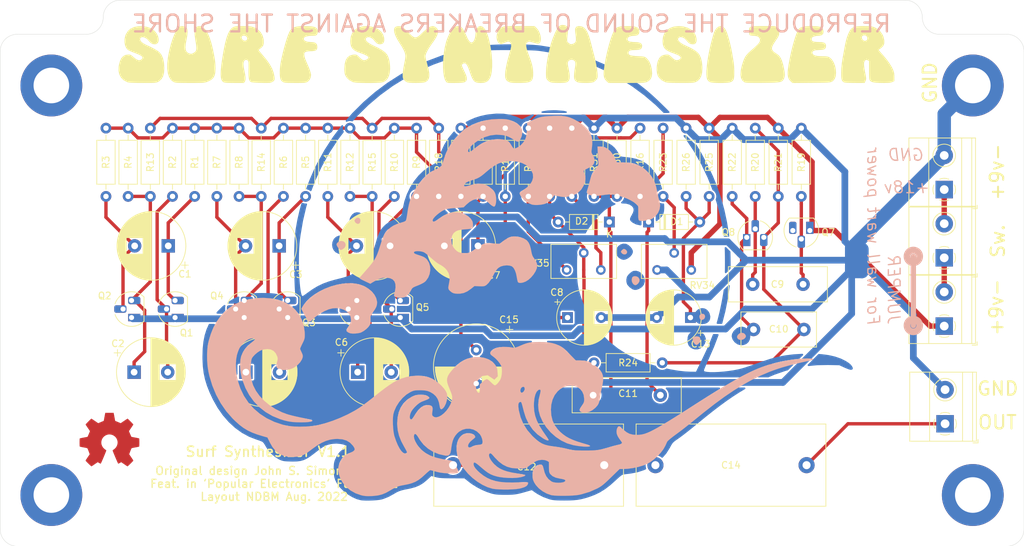
<source format=kicad_pcb>
(kicad_pcb (version 20171130) (host pcbnew "(5.1.0)-1")
  (layers (0 F.Cu signal hide) (31 B.Cu signal) (34 B.Paste user) (35 F.Paste user hide) (36 B.SilkS user) (37 F.SilkS user) (38 B.Mask user) (39 F.Mask user hide) (44 Edge.Cuts user))
  (net 0 "")
  (net 1 "Net-(BT1-Pad2)")
  (net 2 +BATT)
  (net 3 GND)
  (net 4 "Net-(BT2-Pad1)")
  (net 5 "Net-(C1-Pad2)")
  (net 6 "Net-(C1-Pad1)")
  (net 7 "Net-(C2-Pad2)")
  (net 8 "Net-(C2-Pad1)")
  (net 9 "Net-(C3-Pad2)")
  (net 10 "Net-(C3-Pad1)")
  (net 11 "Net-(C4-Pad2)")
  (net 12 "Net-(C4-Pad1)")
  (net 13 "Net-(C5-Pad2)")
  (net 14 "Net-(C5-Pad1)")
  (net 15 "Net-(C6-Pad2)")
  (net 16 "Net-(C6-Pad1)")
  (net 17 "Net-(C7-Pad1)")
  (net 18 "Net-(C8-Pad1)")
  (net 19 "Net-(C9-Pad2)")
  (net 20 "Net-(C9-Pad1)")
  (net 21 "Net-(C10-Pad2)")
  (net 22 "Net-(C10-Pad1)")
  (net 23 VCF)
  (net 24 "Net-(C11-Pad1)")
  (net 25 VCA)
  (net 26 "Net-(C13-Pad1)")
  (net 27 OUT)
  (net 28 "Net-(C14-Pad1)")
  (net 29 "Net-(C15-Pad1)")
  (net 30 "Net-(Q7-Pad3)")
  (net 31 "Net-(R23-Pad1)")
  (net 32 "Net-(R27-Pad2)")
  (net 33 "Net-(R28-Pad1)")
  (module Capacitor_THT:C_Radial_D12.5mm_H20.0mm_P5.00mm (layer F.Cu) (at 147.828 109.8296 270)
    (fp_text reference C15 (at -4.5212 -4.8768) (layer F.SilkS))
    (fp_text value 1000uF)
    (pad 2 thru_hole circle (at 5 0 270) (size 1.6 1.6) (drill 0.8) (layers *.Cu *.Mask) (net 3 GND))
    (pad 1 thru_hole circle (at 0 0 270) (size 1.6 1.6) (drill 0.8) (layers *.Cu *.Mask) (net 29 "Net-(C15-Pad1)"))
  )
  (module "custom parts:surf_synth_label1" (layer F.Cu) (at 151.1808 59.5884)
    (fp_text reference G*** hide)
    (fp_text value LOGO hide)
  )
  (module Symbol:OSHW-Symbol_8.9x8mm_Copper (layer F.Cu) (at 93.218 123.19)
    (fp_text reference REF** hide)
    (fp_text value OSHW-Symbol_8.9x8mm_Copper hide)
    (fp_poly (pts (xy 0.746536 -3.399573) (xy 0.859118 -2.802382) (xy 1.274531 -2.631135) (xy 1.689945 -2.459888) (xy 2.188302 -2.798767) (xy 2.327869 -2.893123) (xy 2.454029 -2.97737) (xy 2.560896 -3.047662) (xy 2.642583 -3.100153) (xy 2.693202 -3.130996) (xy 2.706987 -3.137647) (xy 2.731821 -3.120542) (xy 2.784889 -3.073256) (xy 2.860241 -3.001828) (xy 2.95193 -2.9123) (xy 3.054008 -2.810711) (xy 3.160527 -2.703102) (xy 3.265537 -2.595513) (xy 3.363092 -2.493985) (xy 3.447243 -2.404559) (xy 3.512041 -2.333274) (xy 3.551538 -2.286172) (xy 3.560981 -2.270408) (xy 3.547392 -2.241347) (xy 3.509294 -2.177679) (xy 3.450694 -2.085633) (xy 3.375598 -1.971436) (xy 3.288009 -1.841316) (xy 3.237255 -1.767099) (xy 3.144746 -1.631578) (xy 3.062541 -1.509284) (xy 2.994631 -1.406305) (xy 2.945001 -1.328727) (xy 2.917641 -1.282639) (xy 2.91353 -1.272953) (xy 2.92285 -1.245426) (xy 2.948255 -1.181272) (xy 2.985912 -1.08951) (xy 3.031987 -0.979161) (xy 3.082647 -0.859245) (xy 3.13406 -0.738781) (xy 3.18239 -0.626791) (xy 3.223807 -0.532293) (xy 3.254475 -0.464308) (xy 3.270562 -0.431857) (xy 3.271512 -0.43058) (xy 3.296773 -0.424383) (xy 3.364046 -0.41056) (xy 3.466361 -0.390468) (xy 3.596742 -0.365466) (xy 3.748217 -0.336914) (xy 3.836594 -0.320449) (xy 3.998453 -0.289631) (xy 4.14465 -0.260306) (xy 4.267788 -0.234079) (xy 4.36047 -0.212554) (xy 4.415302 -0.197335) (xy 4.426324 -0.192507) (xy 4.437119 -0.159826) (xy 4.44583 -0.086015) (xy 4.452461 0.020292) (xy 4.457019 0.150467) (xy 4.45951 0.295876) (xy 4.459939 0.44789) (xy 4.458312 0.597877) (xy 4.454636 0.737206) (xy 4.448916 0.857245) (xy 4.441158 0.949365) (xy 4.431369 1.004932) (xy 4.425497 1.0165) (xy 4.3904 1.030365) (xy 4.316029 1.050188) (xy 4.212224 1.073639) (xy 4.08882 1.098391) (xy 4.045742 1.106398) (xy 3.838048 1.144441) (xy 3.673985 1.175079) (xy 3.548131 1.199529) (xy 3.455066 1.219009) (xy 3.389368 1.234736) (xy 3.345618 1.247928) (xy 3.318393 1.259804) (xy 3.302273 1.27158) (xy 3.300018 1.273908) (xy 3.277504 1.3114) (xy 3.243159 1.384365) (xy 3.200412 1.483867) (xy 3.152693 1.600973) (xy 3.103431 1.726748) (xy 3.056056 1.852257) (xy 3.013996 1.968565) (xy 2.980681 2.066739) (xy 2.959542 2.137843) (xy 2.954006 2.172942) (xy 2.954467 2.174172) (xy 2.973224 2.202861) (xy 3.015777 2.265985) (xy 3.077654 2.356973) (xy 3.154383 2.469255) (xy 3.241492 2.59626) (xy 3.266299 2.632353) (xy 3.354753 2.763203) (xy 3.432589 2.882591) (xy 3.495567 2.983662) (xy 3.539446 3.059559) (xy 3.559986 3.103427) (xy 3.560981 3.108817) (xy 3.543723 3.137144) (xy 3.496036 3.193261) (xy 3.424051 3.271137) (xy 3.333898 3.36474) (xy 3.231706 3.468041) (xy 3.123606 3.575006) (xy 3.015729 3.679606) (xy 2.914205 3.775809) (xy 2.825163 3.857584) (xy 2.754734 3.9189) (xy 2.709048 3.953726) (xy 2.69641 3.959412) (xy 2.666992 3.94602) (xy 2.606762 3.909899) (xy 2.52553 3.857136) (xy 2.463031 3.814667) (xy 2.349786 3.73674) (xy 2.215675 3.644984) (xy 2.081156 3.553375) (xy 2.008834 3.504346) (xy 1.764039 3.33877) (xy 1.558551 3.449875) (xy 1.464937 3.498548) (xy 1.385331 3.536381) (xy 1.331468 3.557958) (xy 1.317758 3.560961) (xy 1.301271 3.538793) (xy 1.268746 3.476149) (xy 1.222609 3.378809) (xy 1.165291 3.252549) (xy 1.099217 3.10315) (xy 1.026816 2.936388) (xy 0.950517 2.758042) (xy 0.872747 2.573891) (xy 0.795935 2.389712) (xy 0.722507 2.211285) (xy 0.654893 2.044387) (xy 0.595521 1.894797) (xy 0.546817 1.768293) (xy 0.511211 1.670654) (xy 0.491131 1.607657) (xy 0.487901 1.586021) (xy 0.513497 1.558424) (xy 0.569539 1.513625) (xy 0.644312 1.460934) (xy 0.650588 1.456765) (xy 0.843846 1.302069) (xy 0.999675 1.121591) (xy 1.116725 0.921102) (xy 1.193646 0.706374) (xy 1.229087 0.483177) (xy 1.221698 0.257281) (xy 1.170128 0.034459) (xy 1.073027 -0.179521) (xy 1.044459 -0.226336) (xy 0.895869 -0.415382) (xy 0.720328 -0.567188) (xy 0.523911 -0.680966) (xy 0.312694 -0.755925) (xy 0.092754 -0.791278) (xy -0.129836 -0.786233) (xy -0.348998 -0.740001) (xy -0.558657 -0.651794) (xy -0.752738 -0.520821) (xy -0.812773 -0.467663) (xy -0.965564 -0.301261) (xy -1.076902 -0.126088) (xy -1.153276 0.070266) (xy -1.195812 0.264717) (xy -1.206313 0.483342) (xy -1.171299 0.703052) (xy -1.094326 0.91642) (xy -0.978952 1.116022) (xy -0.828734 1.294429) (xy -0.647226 1.444217) (xy -0.623372 1.460006) (xy -0.547798 1.511712) (xy -0.490348 1.556512) (xy -0.462882 1.585117) (xy -0.462482 1.586021) (xy -0.468379 1.616964) (xy -0.491754 1.687191) (xy -0.530178 1.790925) (xy -0.581222 1.92239) (xy -0.642457 2.075807) (xy -0.711455 2.245401) (xy -0.785786 2.425393) (xy -0.863021 2.610008) (xy -0.940731 2.793468) (xy -1.016488 2.969996) (xy -1.087862 3.133814) (xy -1.152425 3.279147) (xy -1.207747 3.400217) (xy -1.251399 3.491247) (xy -1.280953 3.54646) (xy -1.292855 3.560961) (xy -1.329222 3.549669) (xy -1.397269 3.519385) (xy -1.485263 3.47552) (xy -1.533649 3.449875) (xy -1.739136 3.33877) (xy -1.983931 3.504346) (xy -2.108893 3.58917) (xy -2.245704 3.682516) (xy -2.373911 3.770408) (xy -2.438128 3.814667) (xy -2.528448 3.875318) (xy -2.604928 3.923381) (xy -2.657592 3.95277) (xy -2.674697 3.958982) (xy -2.699594 3.942223) (xy -2.754694 3.895436) (xy -2.834656 3.82348) (xy -2.934139 3.731212) (xy -3.047799 3.62349) (xy -3.119684 3.554326) (xy -3.245448 3.430757) (xy -3.354136 3.320234) (xy -3.441354 3.227485) (xy -3.50271 3.157237) (xy -3.533808 3.11422) (xy -3.536791 3.10549) (xy -3.522946 3.072284) (xy -3.484687 3.005142) (xy -3.426258 2.910863) (xy -3.351902 2.796245) (xy -3.265864 2.668083) (xy -3.241397 2.632353) (xy -3.152245 2.502489) (xy -3.072261 2.385569) (xy -3.005919 2.288162) (xy -2.957688 2.216839) (xy -2.932042 2.17817) (xy -2.929564 2.174172) (xy -2.93327 2.143355) (xy -2.952938 2.075599) (xy -2.985139 1.979839) (xy -3.026444 1.865009) (xy -3.073424 1.740044) (xy -3.12265 1.613879) (xy -3.170691 1.495448) (xy -3.214118 1.393685) (xy -3.249503 1.317526) (xy -3.273415 1.275904) (xy -3.275115 1.273908) (xy -3.289737 1.262013) (xy -3.314434 1.25025) (xy -3.354627 1.237401) (xy -3.415736 1.222249) (xy -3.503182 1.203576) (xy -3.622387 1.180165) (xy -3.778772 1.150797) (xy -3.977756 1.114255) (xy -4.020839 1.106398) (xy -4.148529 1.081727) (xy -4.259846 1.057593) (xy -4.344954 1.036324) (xy -4.394016 1.020248) (xy -4.400594 1.0165) (xy -4.411435 0.983273) (xy -4.420246 0.909021) (xy -4.427023 0.802376) (xy -4.431759 0.671967) (xy -4.434449 0.526427) (xy -4.435086 0.374386) (xy -4.433665 0.224476) (xy -4.430179 0.085328) (xy -4.424623 -0.034428) (xy -4.416991 -0.126159) (xy -4.407277 -0.181234) (xy -4.401421 -0.192507) (xy -4.368819 -0.203877) (xy -4.294581 -0.222376) (xy -4.186103 -0.246398) (xy -4.050782 -0.274338) (xy -3.896014 -0.304592) (xy -3.811692 -0.320449) (xy -3.651703 -0.350356) (xy -3.509032 -0.37745) (xy -3.390651 -0.400369) (xy -3.303534 -0.417757) (xy -3.254654 -0.428253) (xy -3.246609 -0.43058) (xy -3.233012 -0.456814) (xy -3.20427 -0.520005) (xy -3.164214 -0.611123) (xy -3.116675 -0.721143) (xy -3.065484 -0.841035) (xy -3.014473 -0.961773) (xy -2.967473 -1.074329) (xy -2.928315 -1.169674) (xy -2.90083 -1.238783) (xy -2.88885 -1.272626) (xy -2.888627 -1.274105) (xy -2.902208 -1.300803) (xy -2.940284 -1.36224) (xy -2.998852 -1.452311) (xy -3.073911 -1.56491) (xy -3.161459 -1.69393) (xy -3.212352 -1.768039) (xy -3.30509 -1.903923) (xy -3.387458 -2.027291) (xy -3.455438 -2.131903) (xy -3.505011 -2.211517) (xy -3.532157 -2.259893) (xy -3.536078 -2.270738) (xy -3.519224 -2.29598) (xy -3.472631 -2.349876) (xy -3.402251 -2.426387) (xy -3.314034 -2.519477) (xy -3.213934 -2.623105) (xy -3.107901 -2.731236) (xy -3.001888 -2.83783) (xy -2.901847 -2.93685) (xy -2.813729 -3.022258) (xy -2.743486 -3.088015) (xy -2.697071 -3.128084) (xy -2.681543 -3.137647) (xy -2.65626 -3.1242) (xy -2.595788 -3.086425) (xy -2.506007 -3.028165) (xy -2.392796 -2.953266) (xy -2.262036 -2.865575) (xy -2.1634 -2.798767) (xy -1.665042 -2.459888) (xy -1.249629 -2.631135) (xy -0.834215 -2.802382) (xy -0.721633 -3.399573) (xy -0.60905 -3.996765) (xy 0.633953 -3.996765) (xy 0.746536 -3.399573)) (layer F.Cu) (width 0.01))
  )
  (module "custom parts:WAVE_YELLOW_MOON" (layer F.Cu) (at 157.63494 150.27148)
    (fp_text reference G*** hide)
    (fp_text value LOGO hide)
    (fp_poly (pts (xy -27.232264 -60.908673) (xy -26.875299 -60.74276) (xy -26.556464 -60.449806) (xy -26.300981 -60.03334) (xy -26.250327 -59.911294) (xy -26.227602 -59.63404) (xy -26.326031 -59.317375) (xy -26.516337 -58.999634) (xy -26.769246 -58.719153) (xy -27.055481 -58.514265) (xy -27.345766 -58.423307) (xy -27.387791 -58.421859) (xy -27.627356 -58.458835) (xy -27.913144 -58.548862) (xy -27.9969 -58.584098) (xy -28.365444 -58.832639) (xy -28.598482 -59.168453) (xy -28.688144 -59.567531) (xy -28.6673 -59.715881) (xy -27.855333 -59.715881) (xy -27.797277 -59.540828) (xy -27.662273 -59.369653) (xy -27.509075 -59.271627) (xy -27.474333 -59.266666) (xy -27.344947 -59.324179) (xy -27.229344 -59.426044) (xy -27.141517 -59.618456) (xy -27.146152 -59.843549) (xy -27.2336 -60.028165) (xy -27.316549 -60.087147) (xy -27.481536 -60.074662) (xy -27.671776 -59.970262) (xy -27.817377 -59.822109) (xy -27.855333 -59.715881) (xy -28.6673 -59.715881) (xy -28.626555 -60.005863) (xy -28.537028 -60.231325) (xy -28.279742 -60.608872) (xy -27.959706 -60.845259) (xy -27.60214 -60.944016) (xy -27.232264 -60.908673)) (layer B.Cu) (width 0.01))
    (fp_poly (pts (xy -29.503955 -57.40454) (xy -29.123923 -57.214547) (xy -28.801967 -56.920441) (xy -28.56904 -56.529202) (xy -28.53274 -56.430554) (xy -28.490363 -56.050396) (xy -28.585859 -55.658035) (xy -28.795826 -55.292881) (xy -29.09686 -54.994345) (xy -29.465559 -54.801836) (xy -29.507323 -54.789356) (xy -29.798039 -54.720735) (xy -30.023091 -54.711595) (xy -30.275303 -54.761787) (xy -30.368644 -54.787959) (xy -30.741158 -54.976283) (xy -31.020701 -55.277933) (xy -31.197705 -55.658866) (xy -31.262602 -56.085039) (xy -31.25611 -56.135051) (xy -30.48 -56.135051) (xy -30.42561 -55.897523) (xy -30.290264 -55.668353) (xy -30.115696 -55.503858) (xy -29.977273 -55.456666) (xy -29.807454 -55.506862) (xy -29.607688 -55.628032) (xy -29.602418 -55.632145) (xy -29.421808 -55.85692) (xy -29.372074 -56.108033) (xy -29.435343 -56.345348) (xy -29.593741 -56.528731) (xy -29.829396 -56.618044) (xy -30.03441 -56.602193) (xy -30.311089 -56.494591) (xy -30.449458 -56.330014) (xy -30.48 -56.135051) (xy -31.25611 -56.135051) (xy -31.205824 -56.522409) (xy -31.017802 -56.936933) (xy -30.985791 -56.983769) (xy -30.682981 -57.280034) (xy -30.314437 -57.444264) (xy -29.911111 -57.483439) (xy -29.503955 -57.40454)) (layer B.Cu) (width 0.01))
    (fp_poly (pts (xy 12.473742 -56.24445) (xy 12.525706 -56.230156) (xy 12.829834 -56.072577) (xy 13.129011 -55.809666) (xy 13.372121 -55.495894) (xy 13.508045 -55.185731) (xy 13.508731 -55.182642) (xy 13.490007 -54.907153) (xy 13.342743 -54.604952) (xy 13.094452 -54.315063) (xy 12.772647 -54.07651) (xy 12.702094 -54.0385) (xy 12.371279 -53.897618) (xy 12.103855 -53.860812) (xy 11.83354 -53.923262) (xy 11.726333 -53.967519) (xy 11.379365 -54.1965) (xy 11.12264 -54.513918) (xy 11.012328 -54.794968) (xy 11.000805 -55.124169) (xy 11.850056 -55.124169) (xy 11.885849 -54.901388) (xy 11.999953 -54.808516) (xy 12.196636 -54.783398) (xy 12.403876 -54.824699) (xy 12.536556 -54.91343) (xy 12.601768 -55.085151) (xy 12.522792 -55.229463) (xy 12.32476 -55.316704) (xy 12.183932 -55.329666) (xy 11.949106 -55.276663) (xy 11.850056 -55.124169) (xy 11.000805 -55.124169) (xy 10.997434 -55.220455) (xy 11.121446 -55.606064) (xy 11.357723 -55.926532) (xy 11.679625 -56.156594) (xy 12.060511 -56.270988) (xy 12.473742 -56.24445)) (layer B.Cu) (width 0.01))
    (fp_poly (pts (xy 14.410254 -52.111597) (xy 14.764899 -51.876279) (xy 15.048 -51.550514) (xy 15.232352 -51.160498) (xy 15.290753 -50.732426) (xy 15.277568 -50.586066) (xy 15.139708 -50.154967) (xy 14.863369 -49.81032) (xy 14.439288 -49.540594) (xy 14.437118 -49.539572) (xy 14.079036 -49.402513) (xy 13.787982 -49.376457) (xy 13.505064 -49.459193) (xy 13.419667 -49.501351) (xy 13.001309 -49.789362) (xy 12.698288 -50.139522) (xy 12.649622 -50.224295) (xy 12.552664 -50.551137) (xy 12.543625 -50.84499) (xy 13.377333 -50.84499) (xy 13.435734 -50.533691) (xy 13.588464 -50.318261) (xy 13.801816 -50.217344) (xy 14.042082 -50.249585) (xy 14.224 -50.376666) (xy 14.343822 -50.581481) (xy 14.391412 -50.839732) (xy 14.362047 -51.080232) (xy 14.27943 -51.212463) (xy 14.119311 -51.294699) (xy 13.891173 -51.361852) (xy 13.885725 -51.362955) (xy 13.620808 -51.354974) (xy 13.451321 -51.207965) (xy 13.37971 -50.92442) (xy 13.377333 -50.84499) (xy 12.543625 -50.84499) (xy 12.540803 -50.93673) (xy 12.613756 -51.29359) (xy 12.653341 -51.384303) (xy 12.83137 -51.635521) (xy 13.086333 -51.889257) (xy 13.361913 -52.096368) (xy 13.595149 -52.206109) (xy 14.011269 -52.230272) (xy 14.410254 -52.111597)) (layer B.Cu) (width 0.01))
    (fp_poly (pts (xy 24.206061 -46.609638) (xy 24.532955 -46.427458) (xy 24.804611 -46.11923) (xy 24.936882 -45.852109) (xy 25.034897 -45.397256) (xy 24.974091 -44.976847) (xy 24.838188 -44.713306) (xy 24.583701 -44.485177) (xy 24.22717 -44.340173) (xy 23.819244 -44.288214) (xy 23.41057 -44.33922) (xy 23.23697 -44.399688) (xy 22.926069 -44.62227) (xy 22.72859 -44.956994) (xy 22.666072 -45.339042) (xy 23.456869 -45.339042) (xy 23.524354 -45.145417) (xy 23.654279 -45.018358) (xy 23.817656 -45.00578) (xy 23.988613 -45.072211) (xy 24.059424 -45.115683) (xy 24.127831 -45.277174) (xy 24.14134 -45.549049) (xy 24.140031 -45.57022) (xy 24.058951 -45.701062) (xy 23.884127 -45.774558) (xy 23.686719 -45.77184) (xy 23.578567 -45.719087) (xy 23.46916 -45.547507) (xy 23.456869 -45.339042) (xy 22.666072 -45.339042) (xy 22.65968 -45.378102) (xy 22.659687 -45.381333) (xy 22.727385 -45.833333) (xy 22.908597 -46.194173) (xy 23.175195 -46.458038) (xy 23.499055 -46.619113) (xy 23.852052 -46.671585) (xy 24.206061 -46.609638)) (layer B.Cu) (width 0.01))
    (fp_poly (pts (xy 23.453098 -43.233035) (xy 23.825056 -43.016437) (xy 24.121588 -42.701451) (xy 24.215923 -42.539435) (xy 24.355429 -42.149887) (xy 24.360208 -41.787553) (xy 24.229681 -41.392046) (xy 24.204409 -41.338478) (xy 23.935342 -40.952271) (xy 23.575518 -40.679033) (xy 23.159663 -40.53233) (xy 22.722501 -40.52573) (xy 22.385957 -40.628009) (xy 22.014076 -40.86354) (xy 21.774885 -41.173978) (xy 21.654111 -41.58389) (xy 21.632333 -41.924958) (xy 21.632462 -41.926666) (xy 22.472985 -41.926666) (xy 22.488322 -41.848237) (xy 22.614814 -41.539911) (xy 22.801325 -41.364987) (xy 23.023153 -41.3347) (xy 23.255595 -41.460284) (xy 23.283333 -41.486666) (xy 23.40428 -41.695254) (xy 23.451302 -41.959265) (xy 23.418273 -42.203673) (xy 23.351067 -42.3164) (xy 23.203888 -42.383545) (xy 22.973509 -42.417119) (xy 22.930712 -42.418) (xy 22.647769 -42.361296) (xy 22.493554 -42.195407) (xy 22.472985 -41.926666) (xy 21.632462 -41.926666) (xy 21.665415 -42.360164) (xy 21.782854 -42.688647) (xy 22.01194 -42.963114) (xy 22.275118 -43.166375) (xy 22.639085 -43.320616) (xy 23.04476 -43.338632) (xy 23.453098 -43.233035)) (layer B.Cu) (width 0.01))
    (fp_poly (pts (xy -2.616204 -34.970613) (xy -2.54476 -34.763579) (xy -2.556649 -34.510619) (xy -2.662392 -34.250168) (xy -2.715479 -34.174418) (xy -2.914536 -33.98845) (xy -3.087533 -33.969773) (xy -3.193823 -34.057166) (xy -3.307643 -34.314193) (xy -3.313281 -34.603526) (xy -3.222956 -34.869351) (xy -3.048889 -35.055852) (xy -2.967 -35.09317) (xy -2.760457 -35.093288) (xy -2.616204 -34.970613)) (layer B.Cu) (width 0.01))
    (fp_poly (pts (xy 30.163008 -43.824669) (xy 30.503907 -43.619919) (xy 30.771539 -43.301931) (xy 30.940524 -42.879861) (xy 30.987683 -42.457309) (xy 30.913975 -41.990248) (xy 30.70722 -41.60677) (xy 30.387837 -41.327874) (xy 29.976243 -41.174562) (xy 29.718 -41.151378) (xy 29.416977 -41.181928) (xy 29.140553 -41.257642) (xy 29.083 -41.283686) (xy 28.680217 -41.561605) (xy 28.397138 -41.929512) (xy 28.321331 -42.081139) (xy 28.233237 -42.411625) (xy 29.125333 -42.411625) (xy 29.193954 -42.177109) (xy 29.374706 -42.036693) (xy 29.629918 -42.00552) (xy 29.914066 -42.094548) (xy 30.140054 -42.281656) (xy 30.22262 -42.498979) (xy 30.172254 -42.70613) (xy 29.999444 -42.862723) (xy 29.714681 -42.928369) (xy 29.697452 -42.92854) (xy 29.399843 -42.861536) (xy 29.198742 -42.679307) (xy 29.125333 -42.411625) (xy 28.233237 -42.411625) (xy 28.218514 -42.466856) (xy 28.272452 -42.83987) (xy 28.487238 -43.220355) (xy 28.574318 -43.328129) (xy 28.954496 -43.66791) (xy 29.362923 -43.857822) (xy 29.77422 -43.907023) (xy 30.163008 -43.824669)) (layer B.Cu) (width 0.01))
  )
  (module MountingHole:MountingHole_5.3mm_M5_DIN965_Pad (layer F.Cu) (at 84.582 131.4196 180)
    (fp_text reference REF** hide)
    (fp_text value MountingHole_5.3mm_M5_DIN965_Pad)
    (pad 1 thru_hole circle (at 0 0 180) (size 9.2 9.2) (drill 5.3) (layers *.Cu *.Mask))
  )
  (module MountingHole:MountingHole_5.3mm_M5_DIN965_Pad (layer F.Cu) (at 84.582 70.4596 180)
    (fp_text reference REF** hide)
    (fp_text value MountingHole_5.3mm_M5_DIN965_Pad)
    (pad 1 thru_hole circle (at 0 0 180) (size 9.2 9.2) (drill 5.3) (layers *.Cu *.Mask))
  )
  (module MountingHole:MountingHole_5.3mm_M5_DIN965_Pad (layer F.Cu) (at 221.742 70.4596 180)
    (fp_text reference REF** hide)
    (fp_text value MountingHole_5.3mm_M5_DIN965_Pad)
    (pad 1 thru_hole circle (at 0 0 180) (size 9.2 9.2) (drill 5.3) (layers *.Cu *.Mask) (net 3 GND))
  )
  (module MountingHole:MountingHole_5.3mm_M5_DIN965_Pad (layer F.Cu) (at 221.742 131.4196 180)
    (fp_text reference REF** hide)
    (fp_text value MountingHole_5.3mm_M5_DIN965_Pad)
    (pad 1 thru_hole circle (at 0 0 180) (size 9.2 9.2) (drill 5.3) (layers *.Cu *.Mask))
  )
  (module TerminalBlock_Phoenix:TerminalBlock_Phoenix_MKDS-1,5-2-5.08_1x02_P5.08mm_Horizontal (layer F.Cu) (at 217.6145 120.8151 90)
    (fp_text reference J2 hide)
    (fp_text value pads)
    (pad 2 thru_hole circle (at 5.08 0 90) (size 2.6 2.6) (drill 1.3) (layers *.Cu *.Mask) (net 3 GND))
    (pad 1 thru_hole rect (at 0 0 90) (size 2.6 2.6) (drill 1.3) (layers *.Cu *.Mask) (net 27 OUT))
  )
  (module Capacitor_THT:C_Rect_L28.0mm_W12.0mm_P22.50mm_MKS4 (layer F.Cu) (at 174.498 126.9746)
    (fp_text reference C14 (at 11.2395 0) (layer F.SilkS))
    (fp_text value 0.22uF)
    (pad 2 thru_hole circle (at 22.5 0) (size 2.4 2.4) (drill 1.2) (layers *.Cu *.Mask) (net 27 OUT))
    (pad 1 thru_hole circle (at 0 0) (size 2.4 2.4) (drill 1.2) (layers *.Cu *.Mask) (net 28 "Net-(C14-Pad1)"))
  )
  (module Capacitor_THT:C_Rect_L28.0mm_W12.0mm_P22.50mm_MKS4 (layer F.Cu) (at 166.878 126.9746 180)
    (fp_text reference C12 (at 11.557 -0.254 180) (layer F.SilkS))
    (fp_text value 0.22uF)
    (pad 2 thru_hole circle (at 22.5 0 180) (size 2.4 2.4) (drill 1.2) (layers *.Cu *.Mask) (net 25 VCA))
    (pad 1 thru_hole circle (at 0 0 180) (size 2.4 2.4) (drill 1.2) (layers *.Cu *.Mask) (net 24 "Net-(C11-Pad1)"))
  )
  (module "custom parts:R_Axial_DIN0207_L6.3mm_D2.5mm_P10.16mm_Horizontal_refctr" (layer F.Cu) (at 148.844 86.9696 90)
    (fp_text reference R33 (at 5.08 0 90) (layer F.SilkS))
    (fp_text value 68k)
    (pad 1 thru_hole circle (at 0 0 90) (size 1.6 1.6) (drill 0.8) (layers *.Cu *.Mask) (net 17 "Net-(C7-Pad1)"))
    (pad 2 thru_hole oval (at 10.16 0 90) (size 1.6 1.6) (drill 0.8) (layers *.Cu *.Mask) (net 2 +BATT))
  )
  (module "custom parts:R_Axial_DIN0207_L6.3mm_D2.5mm_P10.16mm_Horizontal_refctr" (layer F.Cu) (at 162.052 76.8096 270)
    (fp_text reference R27 (at 5.08 0 270) (layer F.SilkS))
    (fp_text value 10k)
    (pad 2 thru_hole oval (at 10.16 0 270) (size 1.6 1.6) (drill 0.8) (layers *.Cu *.Mask) (net 32 "Net-(R27-Pad2)"))
    (pad 1 thru_hole circle (at 0 0 270) (size 1.6 1.6) (drill 0.8) (layers *.Cu *.Mask) (net 2 +BATT))
  )
  (module "custom parts:R_Axial_DIN0207_L6.3mm_D2.5mm_P10.16mm_Horizontal_refctr" (layer F.Cu) (at 145.542 76.8096 270)
    (fp_text reference R32 (at 5.08 0 270) (layer F.SilkS))
    (fp_text value 470R)
    (pad 2 thru_hole oval (at 10.16 0 270) (size 1.6 1.6) (drill 0.8) (layers *.Cu *.Mask) (net 29 "Net-(C15-Pad1)"))
    (pad 1 thru_hole circle (at 0 0 270) (size 1.6 1.6) (drill 0.8) (layers *.Cu *.Mask) (net 2 +BATT))
  )
  (module "custom parts:R_Axial_DIN0207_L6.3mm_D2.5mm_P10.16mm_Horizontal_refctr" (layer F.Cu) (at 165.354 86.9696 90)
    (fp_text reference R31 (at 5.08 0 90) (layer F.SilkS))
    (fp_text value 68K)
    (pad 2 thru_hole oval (at 10.16 0 90) (size 1.6 1.6) (drill 0.8) (layers *.Cu *.Mask) (net 3 GND))
    (pad 1 thru_hole circle (at 0 0 90) (size 1.6 1.6) (drill 0.8) (layers *.Cu *.Mask) (net 28 "Net-(C14-Pad1)"))
  )
  (module "custom parts:R_Axial_DIN0207_L6.3mm_D2.5mm_P10.16mm_Horizontal_refctr" (layer F.Cu) (at 168.783 76.8096 270)
    (fp_text reference R30 (at 5.08 0 270) (layer F.SilkS))
    (fp_text value 68K)
    (pad 1 thru_hole circle (at 0 0 270) (size 1.6 1.6) (drill 0.8) (layers *.Cu *.Mask) (net 2 +BATT))
    (pad 2 thru_hole oval (at 10.16 0 270) (size 1.6 1.6) (drill 0.8) (layers *.Cu *.Mask) (net 28 "Net-(C14-Pad1)"))
  )
  (module "custom parts:R_Axial_DIN0207_L6.3mm_D2.5mm_P10.16mm_Horizontal_refctr" (layer F.Cu) (at 158.75 76.8096 270)
    (fp_text reference R29 (at 5.08 0 270) (layer F.SilkS))
    (fp_text value 47k)
    (pad 1 thru_hole circle (at 0 0 270) (size 1.6 1.6) (drill 0.8) (layers *.Cu *.Mask) (net 18 "Net-(C8-Pad1)"))
    (pad 2 thru_hole oval (at 10.16 0 270) (size 1.6 1.6) (drill 0.8) (layers *.Cu *.Mask) (net 25 VCA))
  )
  (module "custom parts:R_Axial_DIN0207_L6.3mm_D2.5mm_P10.16mm_Horizontal_refctr" (layer F.Cu) (at 155.575 86.9696 90)
    (fp_text reference R28 (at 5.08 0 90) (layer F.SilkS))
    (fp_text value 33k)
    (pad 1 thru_hole circle (at 0 0 90) (size 1.6 1.6) (drill 0.8) (layers *.Cu *.Mask) (net 33 "Net-(R28-Pad1)"))
    (pad 2 thru_hole oval (at 10.16 0 90) (size 1.6 1.6) (drill 0.8) (layers *.Cu *.Mask) (net 3 GND))
  )
  (module "custom parts:R_Axial_DIN0207_L6.3mm_D2.5mm_P10.16mm_Horizontal_refctr" (layer F.Cu) (at 179.07 86.9696 90)
    (fp_text reference R26 (at 5.08 0 90) (layer F.SilkS))
    (fp_text value 68K)
    (pad 1 thru_hole circle (at 0 0 90) (size 1.6 1.6) (drill 0.8) (layers *.Cu *.Mask) (net 26 "Net-(C13-Pad1)"))
    (pad 2 thru_hole oval (at 10.16 0 90) (size 1.6 1.6) (drill 0.8) (layers *.Cu *.Mask) (net 3 GND))
  )
  (module "custom parts:R_Axial_DIN0207_L6.3mm_D2.5mm_P10.16mm_Horizontal_refctr" (layer F.Cu) (at 182.499 76.8096 270)
    (fp_text reference R25 (at 5.08 0 270) (layer F.SilkS))
    (fp_text value 68K)
    (pad 1 thru_hole circle (at 0 0 270) (size 1.6 1.6) (drill 0.8) (layers *.Cu *.Mask) (net 2 +BATT))
    (pad 2 thru_hole oval (at 10.16 0 270) (size 1.6 1.6) (drill 0.8) (layers *.Cu *.Mask) (net 26 "Net-(C13-Pad1)"))
  )
  (module "custom parts:R_Axial_DIN0207_L6.3mm_D2.5mm_P10.16mm_Horizontal_refctr" (layer F.Cu) (at 175.514 111.7346 180)
    (fp_text reference R24 (at 5.08 0 180) (layer F.SilkS))
    (fp_text value 1k)
    (pad 1 thru_hole circle (at 0 0 180) (size 1.6 1.6) (drill 0.8) (layers *.Cu *.Mask) (net 21 "Net-(C10-Pad2)"))
    (pad 2 thru_hole oval (at 10.16 0 180) (size 1.6 1.6) (drill 0.8) (layers *.Cu *.Mask) (net 24 "Net-(C11-Pad1)"))
  )
  (module "custom parts:R_Axial_DIN0207_L6.3mm_D2.5mm_P10.16mm_Horizontal_refctr" (layer F.Cu) (at 175.641 86.9696 90)
    (fp_text reference R23 (at 5.08 0 90) (layer F.SilkS))
    (fp_text value 47K)
    (pad 1 thru_hole circle (at 0 0 90) (size 1.6 1.6) (drill 0.8) (layers *.Cu *.Mask) (net 31 "Net-(R23-Pad1)"))
    (pad 2 thru_hole oval (at 10.16 0 90) (size 1.6 1.6) (drill 0.8) (layers *.Cu *.Mask) (net 23 VCF))
  )
  (module "custom parts:R_Axial_DIN0207_L6.3mm_D2.5mm_P10.16mm_Horizontal_refctr" (layer F.Cu) (at 185.928 86.9696 90)
    (fp_text reference R22 (at 5.08 0 90) (layer F.SilkS))
    (fp_text value 100R)
    (pad 1 thru_hole circle (at 0 0 90) (size 1.6 1.6) (drill 0.8) (layers *.Cu *.Mask) (net 22 "Net-(C10-Pad1)"))
    (pad 2 thru_hole oval (at 10.16 0 90) (size 1.6 1.6) (drill 0.8) (layers *.Cu *.Mask) (net 3 GND))
  )
  (module "custom parts:R_Axial_DIN0207_L6.3mm_D2.5mm_P10.16mm_Horizontal_refctr" (layer F.Cu) (at 192.786 76.8096 270)
    (fp_text reference R21 (at 5.08 0 270) (layer F.SilkS))
    (fp_text value 100K)
    (pad 1 thru_hole circle (at 0 0 270) (size 1.6 1.6) (drill 0.8) (layers *.Cu *.Mask) (net 2 +BATT))
    (pad 2 thru_hole oval (at 10.16 0 270) (size 1.6 1.6) (drill 0.8) (layers *.Cu *.Mask) (net 21 "Net-(C10-Pad2)"))
  )
  (module "custom parts:R_Axial_DIN0207_L6.3mm_D2.5mm_P10.16mm_Horizontal_refctr" (layer F.Cu) (at 189.357 76.8096 270)
    (fp_text reference R20 (at 5.08 0 270) (layer F.SilkS))
    (fp_text value 1M)
    (pad 1 thru_hole circle (at 0 0 270) (size 1.6 1.6) (drill 0.8) (layers *.Cu *.Mask) (net 21 "Net-(C10-Pad2)"))
    (pad 2 thru_hole oval (at 10.16 0 270) (size 1.6 1.6) (drill 0.8) (layers *.Cu *.Mask) (net 20 "Net-(C9-Pad1)"))
  )
  (module "custom parts:R_Axial_DIN0207_L6.3mm_D2.5mm_P10.16mm_Horizontal_refctr" (layer F.Cu) (at 196.215 86.9696 90)
    (fp_text reference R19 (at 5.08 0 90) (layer F.SilkS))
    (fp_text value 1M)
    (pad 1 thru_hole circle (at 0 0 90) (size 1.6 1.6) (drill 0.8) (layers *.Cu *.Mask) (net 19 "Net-(C9-Pad2)"))
    (pad 2 thru_hole oval (at 10.16 0 90) (size 1.6 1.6) (drill 0.8) (layers *.Cu *.Mask) (net 3 GND))
  )
  (module "custom parts:R_Axial_DIN0207_L6.3mm_D2.5mm_P10.16mm_Horizontal_refctr" (layer F.Cu) (at 142.24 76.8096 270)
    (fp_text reference R18 (at 5.08 0 270) (layer F.SilkS))
    (fp_text value 4.7k)
    (pad 2 thru_hole oval (at 10.16 0 270) (size 1.6 1.6) (drill 0.8) (layers *.Cu *.Mask) (net 3 GND))
    (pad 1 thru_hole circle (at 0 0 270) (size 1.6 1.6) (drill 0.8) (layers *.Cu *.Mask) (net 17 "Net-(C7-Pad1)"))
  )
  (module "custom parts:R_Axial_DIN0207_L6.3mm_D2.5mm_P10.16mm_Horizontal_refctr" (layer F.Cu) (at 152.146 76.8096 270)
    (fp_text reference R17 (at 5.08 0 270) (layer F.SilkS))
    (fp_text value 47k)
    (pad 1 thru_hole circle (at 0 0 270) (size 1.6 1.6) (drill 0.8) (layers *.Cu *.Mask) (net 17 "Net-(C7-Pad1)"))
    (pad 2 thru_hole oval (at 10.16 0 270) (size 1.6 1.6) (drill 0.8) (layers *.Cu *.Mask) (net 18 "Net-(C8-Pad1)"))
  )
  (module "custom parts:R_Axial_DIN0207_L6.3mm_D2.5mm_P10.16mm_Horizontal_refctr" (layer F.Cu) (at 172.212 76.8096 270)
    (fp_text reference R16 (at 5.08 0 270) (layer F.SilkS))
    (fp_text value 39k)
    (pad 1 thru_hole circle (at 0 0 270) (size 1.6 1.6) (drill 0.8) (layers *.Cu *.Mask) (net 17 "Net-(C7-Pad1)"))
    (pad 2 thru_hole oval (at 10.16 0 270) (size 1.6 1.6) (drill 0.8) (layers *.Cu *.Mask) (net 23 VCF))
  )
  (module "custom parts:R_Axial_DIN0207_L6.3mm_D2.5mm_P10.16mm_Horizontal_refctr" (layer F.Cu) (at 132.334 86.9696 90)
    (fp_text reference R15 (at 5.08 0 90) (layer F.SilkS))
    (fp_text value 10k)
    (pad 1 thru_hole circle (at 0 0 90) (size 1.6 1.6) (drill 0.8) (layers *.Cu *.Mask) (net 16 "Net-(C6-Pad1)"))
    (pad 2 thru_hole oval (at 10.16 0 90) (size 1.6 1.6) (drill 0.8) (layers *.Cu *.Mask) (net 17 "Net-(C7-Pad1)"))
  )
  (module "custom parts:R_Axial_DIN0207_L6.3mm_D2.5mm_P10.16mm_Horizontal_refctr" (layer F.Cu) (at 115.824 86.9696 90)
    (fp_text reference R14 (at 5.08 0 90) (layer F.SilkS))
    (fp_text value 33k)
    (pad 1 thru_hole circle (at 0 0 90) (size 1.6 1.6) (drill 0.8) (layers *.Cu *.Mask) (net 12 "Net-(C4-Pad1)"))
    (pad 2 thru_hole oval (at 10.16 0 90) (size 1.6 1.6) (drill 0.8) (layers *.Cu *.Mask) (net 17 "Net-(C7-Pad1)"))
  )
  (module "custom parts:R_Axial_DIN0207_L6.3mm_D2.5mm_P10.16mm_Horizontal_refctr" (layer F.Cu) (at 99.314 86.9696 90)
    (fp_text reference R13 (at 5.08 0 90) (layer F.SilkS))
    (fp_text value 22k)
    (pad 1 thru_hole circle (at 0 0 90) (size 1.6 1.6) (drill 0.8) (layers *.Cu *.Mask) (net 8 "Net-(C2-Pad1)"))
    (pad 2 thru_hole oval (at 10.16 0 90) (size 1.6 1.6) (drill 0.8) (layers *.Cu *.Mask) (net 17 "Net-(C7-Pad1)"))
  )
  (module "custom parts:R_Axial_DIN0207_L6.3mm_D2.5mm_P10.16mm_Horizontal_refctr" (layer F.Cu) (at 129.032 76.8096 270)
    (fp_text reference R12 (at 5.08 0 270) (layer F.SilkS))
    (fp_text value 6.8k)
    (pad 1 thru_hole circle (at 0 0 270) (size 1.6 1.6) (drill 0.8) (layers *.Cu *.Mask) (net 29 "Net-(C15-Pad1)"))
    (pad 2 thru_hole oval (at 10.16 0 270) (size 1.6 1.6) (drill 0.8) (layers *.Cu *.Mask) (net 16 "Net-(C6-Pad1)"))
  )
  (module "custom parts:R_Axial_DIN0207_L6.3mm_D2.5mm_P10.16mm_Horizontal_refctr" (layer F.Cu) (at 125.73 76.8096 270)
    (fp_text reference R11 (at 5.08 0 270) (layer F.SilkS))
    (fp_text value 68k)
    (pad 1 thru_hole circle (at 0 0 270) (size 1.6 1.6) (drill 0.8) (layers *.Cu *.Mask) (net 29 "Net-(C15-Pad1)"))
    (pad 2 thru_hole oval (at 10.16 0 270) (size 1.6 1.6) (drill 0.8) (layers *.Cu *.Mask) (net 13 "Net-(C5-Pad2)"))
  )
  (module "custom parts:R_Axial_DIN0207_L6.3mm_D2.5mm_P10.16mm_Horizontal_refctr" (layer F.Cu) (at 135.636 76.8096 270)
    (fp_text reference R10 (at 5.08 0 270) (layer F.SilkS))
    (fp_text value 100k)
    (pad 1 thru_hole circle (at 0 0 270) (size 1.6 1.6) (drill 0.8) (layers *.Cu *.Mask) (net 29 "Net-(C15-Pad1)"))
    (pad 2 thru_hole oval (at 10.16 0 270) (size 1.6 1.6) (drill 0.8) (layers *.Cu *.Mask) (net 15 "Net-(C6-Pad2)"))
  )
  (module "custom parts:R_Axial_DIN0207_L6.3mm_D2.5mm_P10.16mm_Horizontal_refctr" (layer F.Cu) (at 138.938 76.8096 270)
    (fp_text reference R9 (at 5.08 0 270) (layer F.SilkS))
    (fp_text value 6.8k)
    (pad 1 thru_hole circle (at 0 0 270) (size 1.6 1.6) (drill 0.8) (layers *.Cu *.Mask) (net 29 "Net-(C15-Pad1)"))
    (pad 2 thru_hole oval (at 10.16 0 270) (size 1.6 1.6) (drill 0.8) (layers *.Cu *.Mask) (net 14 "Net-(C5-Pad1)"))
  )
  (module "custom parts:R_Axial_DIN0207_L6.3mm_D2.5mm_P10.16mm_Horizontal_refctr" (layer F.Cu) (at 112.522 76.8096 270)
    (fp_text reference R8 (at 5.08 0 270) (layer F.SilkS))
    (fp_text value 6.8k)
    (pad 1 thru_hole circle (at 0 0 270) (size 1.6 1.6) (drill 0.8) (layers *.Cu *.Mask) (net 29 "Net-(C15-Pad1)"))
    (pad 2 thru_hole oval (at 10.16 0 270) (size 1.6 1.6) (drill 0.8) (layers *.Cu *.Mask) (net 12 "Net-(C4-Pad1)"))
  )
  (module "custom parts:R_Axial_DIN0207_L6.3mm_D2.5mm_P10.16mm_Horizontal_refctr" (layer F.Cu) (at 109.22 76.8096 270)
    (fp_text reference R7 (at 5.08 0 270) (layer F.SilkS))
    (fp_text value 47k)
    (pad 1 thru_hole circle (at 0 0 270) (size 1.6 1.6) (drill 0.8) (layers *.Cu *.Mask) (net 29 "Net-(C15-Pad1)"))
    (pad 2 thru_hole oval (at 10.16 0 270) (size 1.6 1.6) (drill 0.8) (layers *.Cu *.Mask) (net 9 "Net-(C3-Pad2)"))
  )
  (module "custom parts:R_Axial_DIN0207_L6.3mm_D2.5mm_P10.16mm_Horizontal_refctr" (layer F.Cu) (at 119.126 76.8096 270)
    (fp_text reference R6 (at 5.08 0 270) (layer F.SilkS))
    (fp_text value 220k)
    (pad 1 thru_hole circle (at 0 0 270) (size 1.6 1.6) (drill 0.8) (layers *.Cu *.Mask) (net 29 "Net-(C15-Pad1)"))
    (pad 2 thru_hole oval (at 10.16 0 270) (size 1.6 1.6) (drill 0.8) (layers *.Cu *.Mask) (net 11 "Net-(C4-Pad2)"))
  )
  (module "custom parts:R_Axial_DIN0207_L6.3mm_D2.5mm_P10.16mm_Horizontal_refctr" (layer F.Cu) (at 122.428 76.8096 270)
    (fp_text reference R5 (at 5.08 0 270) (layer F.SilkS))
    (fp_text value 6.8k)
    (pad 1 thru_hole circle (at 0 0 270) (size 1.6 1.6) (drill 0.8) (layers *.Cu *.Mask) (net 29 "Net-(C15-Pad1)"))
    (pad 2 thru_hole oval (at 10.16 0 270) (size 1.6 1.6) (drill 0.8) (layers *.Cu *.Mask) (net 10 "Net-(C3-Pad1)"))
  )
  (module "custom parts:R_Axial_DIN0207_L6.3mm_D2.5mm_P10.16mm_Horizontal_refctr" (layer F.Cu) (at 96.012 76.8096 270)
    (fp_text reference R4 (at 5.08 0 270) (layer F.SilkS))
    (fp_text value 6.8k)
    (pad 1 thru_hole circle (at 0 0 270) (size 1.6 1.6) (drill 0.8) (layers *.Cu *.Mask) (net 29 "Net-(C15-Pad1)"))
    (pad 2 thru_hole oval (at 10.16 0 270) (size 1.6 1.6) (drill 0.8) (layers *.Cu *.Mask) (net 8 "Net-(C2-Pad1)"))
  )
  (module "custom parts:R_Axial_DIN0207_L6.3mm_D2.5mm_P10.16mm_Horizontal_refctr" (layer F.Cu) (at 92.71 76.8096 270)
    (fp_text reference R3 (at 5.08 0 270) (layer F.SilkS))
    (fp_text value 330k)
    (pad 1 thru_hole circle (at 0 0 270) (size 1.6 1.6) (drill 0.8) (layers *.Cu *.Mask) (net 29 "Net-(C15-Pad1)"))
    (pad 2 thru_hole oval (at 10.16 0 270) (size 1.6 1.6) (drill 0.8) (layers *.Cu *.Mask) (net 5 "Net-(C1-Pad2)"))
  )
  (module "custom parts:R_Axial_DIN0207_L6.3mm_D2.5mm_P10.16mm_Horizontal_refctr" (layer F.Cu) (at 102.616 76.8096 270)
    (fp_text reference R2 (at 5.08 0 270) (layer F.SilkS))
    (fp_text value 100k)
    (pad 1 thru_hole circle (at 0 0 270) (size 1.6 1.6) (drill 0.8) (layers *.Cu *.Mask) (net 29 "Net-(C15-Pad1)"))
    (pad 2 thru_hole oval (at 10.16 0 270) (size 1.6 1.6) (drill 0.8) (layers *.Cu *.Mask) (net 7 "Net-(C2-Pad2)"))
  )
  (module "custom parts:R_Axial_DIN0207_L6.3mm_D2.5mm_P10.16mm_Horizontal_refctr" (layer F.Cu) (at 105.918 76.8096 270)
    (fp_text reference R1 (at 5.08 0 270) (layer F.SilkS))
    (fp_text value 6.8k)
    (pad 1 thru_hole circle (at 0 0 270) (size 1.6 1.6) (drill 0.8) (layers *.Cu *.Mask) (net 29 "Net-(C15-Pad1)"))
    (pad 2 thru_hole oval (at 10.16 0 270) (size 1.6 1.6) (drill 0.8) (layers *.Cu *.Mask) (net 6 "Net-(C1-Pad1)"))
  )
  (module Package_TO_SOT_THT:TO-92_HandSolder (layer F.Cu) (at 188.087 93.0656)
    (fp_text reference Q8 (at -2.7305 -0.762) (layer F.SilkS))
    (fp_text value 2N5088)
    (pad 1 thru_hole rect (at 0 0) (size 1.1 1.8) (drill 0.75 (offset 0 0.4)) (layers *.Cu *.Mask) (net 22 "Net-(C10-Pad1)"))
    (pad 3 thru_hole roundrect (at 2.54 0) (size 1.1 1.8) (drill 0.75 (offset 0 0.4)) (layers *.Cu *.Mask) (net 21 "Net-(C10-Pad2)"))
    (pad 2 thru_hole roundrect (at 1.27 -1.27) (size 1.1 1.8) (drill 0.75 (offset 0 -0.4)) (layers *.Cu *.Mask) (net 20 "Net-(C9-Pad1)"))
  )
  (module Package_TO_SOT_THT:TO-92_HandSolder (layer F.Cu) (at 197.485 92.0496 180)
    (fp_text reference Q7 (at -2.7305 -0.254 180) (layer F.SilkS))
    (fp_text value 2N2712)
    (pad 1 thru_hole rect (at 0 0 180) (size 1.1 1.8) (drill 0.75 (offset 0 0.4)) (layers *.Cu *.Mask) (net 2 +BATT))
    (pad 3 thru_hole roundrect (at 2.54 0 180) (size 1.1 1.8) (drill 0.75 (offset 0 0.4)) (layers *.Cu *.Mask) (net 30 "Net-(Q7-Pad3)"))
    (pad 2 thru_hole roundrect (at 1.27 -1.27 180) (size 1.1 1.8) (drill 0.75 (offset 0 -0.4)) (layers *.Cu *.Mask) (net 19 "Net-(C9-Pad2)"))
  )
  (module Package_TO_SOT_THT:TO-92_HandSolder (layer F.Cu) (at 130.048 105.0036 90)
    (fp_text reference Q6 (at 3.2385 -4.064 -180) (layer F.SilkS))
    (fp_text value "see notes")
    (pad 1 thru_hole rect (at 0 0 90) (size 1.1 1.8) (drill 0.75 (offset 0 0.4)) (layers *.Cu *.Mask) (net 3 GND))
    (pad 3 thru_hole roundrect (at 2.54 0 90) (size 1.1 1.8) (drill 0.75 (offset 0 0.4)) (layers *.Cu *.Mask) (net 16 "Net-(C6-Pad1)"))
    (pad 2 thru_hole roundrect (at 1.27 -1.27 90) (size 1.1 1.8) (drill 0.75 (offset 0 -0.4)) (layers *.Cu *.Mask) (net 13 "Net-(C5-Pad2)"))
  )
  (module Package_TO_SOT_THT:TO-92_HandSolder (layer F.Cu) (at 136.525 105.0036 90)
    (fp_text reference Q5 (at 1.524 3.302 -180) (layer F.SilkS))
    (fp_text value "see notes")
    (pad 1 thru_hole rect (at 0 0 90) (size 1.1 1.8) (drill 0.75 (offset 0 0.4)) (layers *.Cu *.Mask) (net 3 GND))
    (pad 3 thru_hole roundrect (at 2.54 0 90) (size 1.1 1.8) (drill 0.75 (offset 0 0.4)) (layers *.Cu *.Mask) (net 14 "Net-(C5-Pad1)"))
    (pad 2 thru_hole roundrect (at 1.27 -1.27 90) (size 1.1 1.8) (drill 0.75 (offset 0 -0.4)) (layers *.Cu *.Mask) (net 15 "Net-(C6-Pad2)"))
  )
  (module Package_TO_SOT_THT:TO-92_HandSolder (layer F.Cu) (at 113.284 105.0036 90)
    (fp_text reference Q4 (at 3.2385 -4.064 -180) (layer F.SilkS))
    (fp_text value "see notes")
    (pad 1 thru_hole rect (at 0 0 90) (size 1.1 1.8) (drill 0.75 (offset 0 0.4)) (layers *.Cu *.Mask) (net 3 GND))
    (pad 3 thru_hole roundrect (at 2.54 0 90) (size 1.1 1.8) (drill 0.75 (offset 0 0.4)) (layers *.Cu *.Mask) (net 12 "Net-(C4-Pad1)"))
    (pad 2 thru_hole roundrect (at 1.27 -1.27 90) (size 1.1 1.8) (drill 0.75 (offset 0 -0.4)) (layers *.Cu *.Mask) (net 9 "Net-(C3-Pad2)"))
  )
  (module Package_TO_SOT_THT:TO-92_HandSolder (layer F.Cu) (at 119.761 105.0036 90)
    (fp_text reference Q3 (at -0.762 3.175 -180) (layer F.SilkS))
    (fp_text value "see notes")
    (pad 1 thru_hole rect (at 0 0 90) (size 1.1 1.8) (drill 0.75 (offset 0 0.4)) (layers *.Cu *.Mask) (net 3 GND))
    (pad 3 thru_hole roundrect (at 2.54 0 90) (size 1.1 1.8) (drill 0.75 (offset 0 0.4)) (layers *.Cu *.Mask) (net 10 "Net-(C3-Pad1)"))
    (pad 2 thru_hole roundrect (at 1.27 -1.27 90) (size 1.1 1.8) (drill 0.75 (offset 0 -0.4)) (layers *.Cu *.Mask) (net 11 "Net-(C4-Pad2)"))
  )
  (module Package_TO_SOT_THT:TO-92_HandSolder (layer F.Cu) (at 96.52 105.0036 90)
    (fp_text reference Q2 (at 3.2385 -4.0005 -180) (layer F.SilkS))
    (fp_text value "see notes")
    (pad 1 thru_hole rect (at 0 0 90) (size 1.1 1.8) (drill 0.75 (offset 0 0.4)) (layers *.Cu *.Mask) (net 3 GND))
    (pad 3 thru_hole roundrect (at 2.54 0 90) (size 1.1 1.8) (drill 0.75 (offset 0 0.4)) (layers *.Cu *.Mask) (net 8 "Net-(C2-Pad1)"))
    (pad 2 thru_hole roundrect (at 1.27 -1.27 90) (size 1.1 1.8) (drill 0.75 (offset 0 -0.4)) (layers *.Cu *.Mask) (net 5 "Net-(C1-Pad2)"))
  )
  (module Package_TO_SOT_THT:TO-92_HandSolder (layer F.Cu) (at 102.997 105.0036 90)
    (fp_text reference Q1 (at -2.286 1.7145 -180) (layer F.SilkS))
    (fp_text value "see notes")
    (pad 1 thru_hole rect (at 0 0 90) (size 1.1 1.8) (drill 0.75 (offset 0 0.4)) (layers *.Cu *.Mask) (net 3 GND))
    (pad 3 thru_hole roundrect (at 2.54 0 90) (size 1.1 1.8) (drill 0.75 (offset 0 0.4)) (layers *.Cu *.Mask) (net 6 "Net-(C1-Pad1)"))
    (pad 2 thru_hole roundrect (at 1.27 -1.27 90) (size 1.1 1.8) (drill 0.75 (offset 0 -0.4)) (layers *.Cu *.Mask) (net 7 "Net-(C2-Pad2)"))
  )
  (module TerminalBlock_Phoenix:TerminalBlock_Phoenix_MKDS-1,5-2-5.08_1x02_P5.08mm_Horizontal (layer F.Cu) (at 217.4875 96.1136 90)
    (fp_text reference SW1 hide)
    (fp_text value SPST)
    (pad 2 thru_hole circle (at 5.08 0 90) (size 2.6 2.6) (drill 1.3) (layers *.Cu *.Mask) (net 4 "Net-(BT2-Pad1)"))
    (pad 1 thru_hole rect (at 0 0 90) (size 2.6 2.6) (drill 1.3) (layers *.Cu *.Mask) (net 1 "Net-(BT1-Pad2)"))
  )
  (module Potentiometer_THT:Potentiometer_Bourns_3296Y_Vertical (layer F.Cu) (at 161.29 97.917 180)
    (fp_text reference RV35 (at 4.445 1.016 180) (layer F.SilkS))
    (fp_text value 50K)
    (pad 3 thru_hole circle (at -5.08 0 180) (size 1.44 1.44) (drill 0.8) (layers *.Cu *.Mask) (net 32 "Net-(R27-Pad2)"))
    (pad 2 thru_hole circle (at -2.54 2.54 180) (size 1.44 1.44) (drill 0.8) (layers *.Cu *.Mask) (net 25 VCA))
    (pad 1 thru_hole circle (at 0 0 180) (size 1.44 1.44) (drill 0.8) (layers *.Cu *.Mask) (net 33 "Net-(R28-Pad1)"))
  )
  (module Potentiometer_THT:Potentiometer_Bourns_3296Y_Vertical (layer F.Cu) (at 174.752 97.917 180)
    (fp_text reference RV34 (at -6.731 -2.286 180) (layer F.SilkS))
    (fp_text value 50K)
    (pad 3 thru_hole circle (at -5.08 0 180) (size 1.44 1.44) (drill 0.8) (layers *.Cu *.Mask) (net 2 +BATT))
    (pad 2 thru_hole circle (at -2.54 2.54 180) (size 1.44 1.44) (drill 0.8) (layers *.Cu *.Mask) (net 31 "Net-(R23-Pad1)"))
    (pad 1 thru_hole circle (at 0 0 180) (size 1.44 1.44) (drill 0.8) (layers *.Cu *.Mask) (net 3 GND))
  )
  (module Diode_THT:D_DO-35_SOD27_P7.62mm_Horizontal (layer F.Cu) (at 167.64 90.7796 180)
    (fp_text reference D2 (at 4.1275 0.127 180) (layer F.SilkS))
    (fp_text value 1N914)
    (fp_text user K (at 0 -1.8 180) (layer F.SilkS))
    (pad 2 thru_hole oval (at 7.62 0 180) (size 1.6 1.6) (drill 0.8) (layers *.Cu *.Mask) (net 25 VCA))
    (pad 1 thru_hole rect (at 0 0 180) (size 1.6 1.6) (drill 0.8) (layers *.Cu *.Mask) (net 28 "Net-(C14-Pad1)"))
  )
  (module Diode_THT:D_DO-35_SOD27_P7.62mm_Horizontal (layer F.Cu) (at 173.482 90.7796)
    (fp_text reference D1 (at 4.191 -0.0635) (layer F.SilkS))
    (fp_text value 1N914)
    (fp_text user K (at 0 -1.8) (layer F.SilkS))
    (pad 2 thru_hole oval (at 7.62 0) (size 1.6 1.6) (drill 0.8) (layers *.Cu *.Mask) (net 26 "Net-(C13-Pad1)"))
    (pad 1 thru_hole rect (at 0 0) (size 1.6 1.6) (drill 0.8) (layers *.Cu *.Mask) (net 23 VCF))
  )
  (module Capacitor_THT:CP_Radial_D8.0mm_P5.00mm (layer F.Cu) (at 179.705 105.0036 180)
    (fp_text reference C13 (at -1.524 -3.937 180) (layer F.SilkS))
    (fp_text value 2.2uF)
    (pad 2 thru_hole circle (at 5 0 180) (size 1.6 1.6) (drill 0.8) (layers *.Cu *.Mask) (net 3 GND))
    (pad 1 thru_hole rect (at 0 0 180) (size 1.6 1.6) (drill 0.8) (layers *.Cu *.Mask) (net 26 "Net-(C13-Pad1)"))
  )
  (module Capacitor_THT:C_Disc_D16.0mm_W5.0mm_P10.00mm (layer F.Cu) (at 165.227 116.5606)
    (fp_text reference C11 (at 5.207 -0.254) (layer F.SilkS))
    (fp_text value 0.05uF)
    (pad 2 thru_hole circle (at 10 0) (size 2 2) (drill 1) (layers *.Cu *.Mask) (net 23 VCF))
    (pad 1 thru_hole circle (at 0 0) (size 2 2) (drill 1) (layers *.Cu *.Mask) (net 24 "Net-(C11-Pad1)"))
  )
  (module Capacitor_THT:C_Disc_D11.0mm_W5.0mm_P7.50mm (layer F.Cu) (at 189.103 106.7816)
    (fp_text reference C10 (at 3.75 -0.0635) (layer F.SilkS))
    (fp_text value 0.005uF)
    (pad 2 thru_hole circle (at 7.5 0) (size 2 2) (drill 1) (layers *.Cu *.Mask) (net 21 "Net-(C10-Pad2)"))
    (pad 1 thru_hole circle (at 0 0) (size 2 2) (drill 1) (layers *.Cu *.Mask) (net 22 "Net-(C10-Pad1)"))
  )
  (module Capacitor_THT:C_Disc_D14.5mm_W5.0mm_P7.50mm (layer F.Cu) (at 188.976 100.0506)
    (fp_text reference C9 (at 3.683 0) (layer F.SilkS))
    (fp_text value 0.1uF)
    (pad 2 thru_hole circle (at 7.5 0) (size 2 2) (drill 1) (layers *.Cu *.Mask) (net 19 "Net-(C9-Pad2)"))
    (pad 1 thru_hole circle (at 0 0) (size 2 2) (drill 1) (layers *.Cu *.Mask) (net 20 "Net-(C9-Pad1)"))
  )
  (module Capacitor_THT:CP_Radial_D8.0mm_P5.00mm (layer F.Cu) (at 161.417 105.0036)
    (fp_text reference C8 (at -1.5875 -3.7465) (layer F.SilkS))
    (fp_text value 10uF)
    (pad 2 thru_hole circle (at 5 0) (size 1.6 1.6) (drill 0.8) (layers *.Cu *.Mask) (net 3 GND))
    (pad 1 thru_hole rect (at 0 0) (size 1.6 1.6) (drill 0.8) (layers *.Cu *.Mask) (net 18 "Net-(C8-Pad1)"))
  )
  (module Capacitor_THT:CP_Radial_D10.0mm_P5.00mm (layer F.Cu) (at 148.082 94.3356 180)
    (fp_text reference C7 (at -2.3495 -4.3815 180) (layer F.SilkS))
    (fp_text value 100uF)
    (pad 2 thru_hole circle (at 5 0 180) (size 2 2) (drill 1) (layers *.Cu *.Mask) (net 3 GND))
    (pad 1 thru_hole rect (at 0 0 180) (size 2 2) (drill 1) (layers *.Cu *.Mask) (net 17 "Net-(C7-Pad1)"))
  )
  (module Capacitor_THT:CP_Radial_D10.0mm_P5.00mm (layer F.Cu) (at 130.175 113.1316)
    (fp_text reference C6 (at -2.413 -4.445) (layer F.SilkS))
    (fp_text value 30uF)
    (pad 2 thru_hole circle (at 5 0) (size 2 2) (drill 1) (layers *.Cu *.Mask) (net 15 "Net-(C6-Pad2)"))
    (pad 1 thru_hole rect (at 0 0) (size 2 2) (drill 1) (layers *.Cu *.Mask) (net 16 "Net-(C6-Pad1)"))
  )
  (module Capacitor_THT:CP_Radial_D10.0mm_P5.00mm (layer F.Cu) (at 135.001 94.3356 180)
    (fp_text reference C5 (at -2.54 -4.318 180) (layer F.SilkS))
    (fp_text value 30uF)
    (pad 2 thru_hole circle (at 5 0 180) (size 2 2) (drill 1) (layers *.Cu *.Mask) (net 13 "Net-(C5-Pad2)"))
    (pad 1 thru_hole rect (at 0 0 180) (size 2 2) (drill 1) (layers *.Cu *.Mask) (net 14 "Net-(C5-Pad1)"))
  )
  (module Capacitor_THT:CP_Radial_D10.0mm_P5.00mm (layer F.Cu) (at 113.538 113.1316)
    (fp_text reference C4 (at -2.54 -4.3815) (layer F.SilkS))
    (fp_text value 30uF)
    (pad 2 thru_hole circle (at 5 0) (size 2 2) (drill 1) (layers *.Cu *.Mask) (net 11 "Net-(C4-Pad2)"))
    (pad 1 thru_hole rect (at 0 0) (size 2 2) (drill 1) (layers *.Cu *.Mask) (net 12 "Net-(C4-Pad1)"))
  )
  (module Capacitor_THT:CP_Radial_D10.0mm_P5.00mm (layer F.Cu) (at 118.491 94.3356 180)
    (fp_text reference C3 (at -2.4765 -4.2545) (layer F.SilkS))
    (fp_text value 30uF)
    (pad 2 thru_hole circle (at 5 0 180) (size 2 2) (drill 1) (layers *.Cu *.Mask) (net 9 "Net-(C3-Pad2)"))
    (pad 1 thru_hole rect (at 0 0 180) (size 2 2) (drill 1) (layers *.Cu *.Mask) (net 10 "Net-(C3-Pad1)"))
  )
  (module Capacitor_THT:CP_Radial_D10.0mm_P5.00mm (layer F.Cu) (at 96.901 113.1316)
    (fp_text reference C2 (at -2.413 -4.2545) (layer F.SilkS))
    (fp_text value 30uF)
    (pad 2 thru_hole circle (at 5 0) (size 2 2) (drill 1) (layers *.Cu *.Mask) (net 7 "Net-(C2-Pad2)"))
    (pad 1 thru_hole rect (at 0 0) (size 2 2) (drill 1) (layers *.Cu *.Mask) (net 8 "Net-(C2-Pad1)"))
  )
  (module Capacitor_THT:CP_Radial_D10.0mm_P5.00mm (layer F.Cu) (at 101.981 94.3356 180)
    (fp_text reference C1 (at -2.4765 -4.191 180) (layer F.SilkS))
    (fp_text value 30uF)
    (pad 2 thru_hole circle (at 5 0 180) (size 2 2) (drill 1) (layers *.Cu *.Mask) (net 5 "Net-(C1-Pad2)"))
    (pad 1 thru_hole rect (at 0 0 180) (size 2 2) (drill 1) (layers *.Cu *.Mask) (net 6 "Net-(C1-Pad1)"))
  )
  (module TerminalBlock_Phoenix:TerminalBlock_Phoenix_MKDS-1,5-2-5.08_1x02_P5.08mm_Horizontal (layer F.Cu) (at 217.4875 85.9536 90)
    (fp_text reference BT2 hide)
    (fp_text value 9V)
    (pad 2 thru_hole circle (at 5.08 0 90) (size 2.6 2.6) (drill 1.3) (layers *.Cu *.Mask) (net 3 GND))
    (pad 1 thru_hole rect (at 0 0 90) (size 2.6 2.6) (drill 1.3) (layers *.Cu *.Mask) (net 4 "Net-(BT2-Pad1)"))
  )
  (module TerminalBlock_Phoenix:TerminalBlock_Phoenix_MKDS-1,5-2-5.08_1x02_P5.08mm_Horizontal (layer F.Cu) (at 217.4875 106.2736 90)
    (fp_text reference BT1 hide)
    (fp_text value 9V)
    (pad 2 thru_hole circle (at 5.08 0 90) (size 2.6 2.6) (drill 1.3) (layers *.Cu *.Mask) (net 1 "Net-(BT1-Pad2)"))
    (pad 1 thru_hole rect (at 0 0 90) (size 2.6 2.6) (drill 1.3) (layers *.Cu *.Mask) (net 2 +BATT))
  )
  (gr_text "REPRODUCE THE SOUND OF BREAKERS AGAINST THE SHORE" (at 153.0604 61.2648) (layer B.SilkS) (effects (font (size 2.5 2.5) (thickness 0.35)) (justify mirror)))
  (gr_text "Surf Synthesizer V1.1" (at 116.84 124.968) (layer F.SilkS) (effects (font (size 1.5 1.5) (thickness 0.25))))
  (gr_text "Original design John S. Simonton, Jr. \nFeat. in 'Popular Electronics' Feb. 1972\nLayout NDBM Aug. 2022" (at 117.7544 129.7432) (layer F.SilkS) (effects (font (size 1.2 1.2) (thickness 0.2))))
  (gr_text GND (at 225.4631 115.5827) (layer F.SilkS) (effects (font (size 2 2) (thickness 0.3))))
  (gr_text OUT (at 225.3996 120.5992) (layer F.SilkS) (effects (font (size 2 2) (thickness 0.3))))
  (gr_text GND (at 215.3666 70.0532 90) (layer F.SilkS) (effects (font (size 2 2) (thickness 0.3))))
  (gr_text "For wall wart power" (at 206.9211 92.9767 270) (layer B.SilkS) (effects (font (size 1.75 1.75) (thickness 0.2) italic) (justify mirror)))
  (gr_text JUMPER (at 209.9691 100.9142 270) (layer B.SilkS) (effects (font (size 1.75 1.75) (thickness 0.2) italic) (justify mirror)))
  (gr_circle (center 212.8901 95.8977) (end 213.3346 95.8977) (layer B.SilkS) (width 1))
  (gr_circle (center 212.8901 106.1847) (end 213.3346 106.1847) (layer B.SilkS) (width 1))
  (gr_line (start 212.8901 95.8977) (end 212.8901 106.1847) (layer B.SilkS) (width 0.8))
  (gr_text +18v (at 212.0011 85.6107) (layer B.SilkS) (effects (font (size 1.75 1.75) (thickness 0.2) italic) (justify mirror)))
  (gr_text GND (at 211.8741 80.7847) (layer B.SilkS) (effects (font (size 1.75 1.75) (thickness 0.2) italic) (justify mirror)))
  (gr_text Sw. (at 225.47326 93.61678 90) (layer F.SilkS) (effects (font (size 2 2) (thickness 0.3))))
  (gr_text +9v- (at 225.25228 103.4796 90) (layer F.SilkS) (effects (font (size 2 2) (thickness 0.3))))
  (gr_text +9v- (at 225.35134 83.3374 90) (layer F.SilkS) (effects (font (size 2 2) (thickness 0.3))))
  (gr_line (start 226.822 62.8396) (end 216.7636 62.8396) (layer Edge.Cuts) (width 0.05))
  (gr_line (start 89.7636 62.8396) (end 79.502 62.8396) (layer Edge.Cuts) (width 0.05))
  (gr_line (start 211.6836 57.7596) (end 94.8436 57.7596) (layer Edge.Cuts) (width 0.05))
  (gr_arc (start 94.8436 60.2996) (end 94.8436 57.7596) (angle -90) (layer Edge.Cuts) (width 0.05))
  (gr_arc (start 211.6836 60.2996) (end 214.2236 60.2996) (angle -90) (layer Edge.Cuts) (width 0.05))
  (gr_arc (start 89.7636 60.2996) (end 89.7636 62.8396) (angle -90) (layer Edge.Cuts) (width 0.05))
  (gr_arc (start 216.7636 60.2996) (end 214.2236 60.2996) (angle -90) (layer Edge.Cuts) (width 0.05))
  (gr_arc (start 226.822 136.4996) (end 226.822 139.0396) (angle -90) (layer Edge.Cuts) (width 0.05))
  (gr_arc (start 226.822 65.3796) (end 229.362 65.3796) (angle -90) (layer Edge.Cuts) (width 0.05))
  (gr_arc (start 79.502 65.3796) (end 79.502 62.8396) (angle -90) (layer Edge.Cuts) (width 0.05))
  (gr_arc (start 79.502 136.4996) (end 76.962 136.4996) (angle -90) (layer Edge.Cuts) (width 0.05))
  (gr_line (start 229.362 136.4996) (end 229.362 65.3796) (layer Edge.Cuts) (width 0.05))
  (gr_line (start 76.962 136.4996) (end 76.962 65.3796) (layer Edge.Cuts) (width 0.05))
  (gr_line (start 226.822 139.0396) (end 79.502 139.0396) (layer Edge.Cuts) (width 0.05))
  (segment (start 217.4875 101.1936) (end 217.4875 96.1136) (width 0.8) (layer F.Cu) (net 1))
  (segment (start 148.844 76.8096) (end 145.542 76.8096) (width 0.8) (layer F.Cu) (net 2))
  (segment (start 148.844 76.8096) (end 150.444001 75.209599) (width 0.8) (layer F.Cu) (net 2))
  (segment (start 181.699001 76.009601) (end 182.499 76.8096) (width 0.8) (layer F.Cu) (net 2))
  (segment (start 180.898999 75.209599) (end 181.699001 76.009601) (width 0.8) (layer F.Cu) (net 2))
  (segment (start 170.383001 75.209599) (end 180.898999 75.209599) (width 0.8) (layer F.Cu) (net 2))
  (segment (start 168.783 76.8096) (end 170.383001 75.209599) (width 0.8) (layer F.Cu) (net 2))
  (segment (start 162.851999 76.009601) (end 162.052 76.8096) (width 0.8) (layer F.Cu) (net 2))
  (segment (start 163.652001 75.209599) (end 162.851999 76.009601) (width 0.8) (layer F.Cu) (net 2))
  (segment (start 167.182999 75.209599) (end 163.652001 75.209599) (width 0.8) (layer F.Cu) (net 2))
  (segment (start 168.783 76.8096) (end 167.182999 75.209599) (width 0.8) (layer F.Cu) (net 2))
  (segment (start 160.451999 75.209599) (end 150.444001 75.209599) (width 0.8) (layer F.Cu) (net 2))
  (segment (start 162.052 76.8096) (end 160.451999 75.209599) (width 0.8) (layer F.Cu) (net 2))
  (segment (start 183.298999 76.009601) (end 182.499 76.8096) (width 0.8) (layer F.Cu) (net 2))
  (segment (start 184.099001 75.209599) (end 183.298999 76.009601) (width 0.8) (layer F.Cu) (net 2))
  (segment (start 191.185999 75.209599) (end 184.099001 75.209599) (width 0.8) (layer F.Cu) (net 2))
  (segment (start 192.786 76.8096) (end 191.185999 75.209599) (width 0.8) (layer F.Cu) (net 2))
  (segment (start 197.815001 91.719599) (end 197.485 92.0496) (width 0.8) (layer F.Cu) (net 2))
  (segment (start 197.815001 81.838601) (end 197.815001 91.719599) (width 0.8) (layer F.Cu) (net 2))
  (segment (start 192.786 76.8096) (end 197.815001 81.838601) (width 0.8) (layer F.Cu) (net 2))
  (segment (start 199.0135 92.0496) (end 197.485 92.0496) (width 0.8) (layer F.Cu) (net 2))
  (segment (start 201.1635 92.0496) (end 199.0135 92.0496) (width 0.8) (layer F.Cu) (net 2))
  (segment (start 215.3875 106.2736) (end 201.1635 92.0496) (width 0.8) (layer F.Cu) (net 2))
  (segment (start 217.4875 106.2736) (end 215.3875 106.2736) (width 0.8) (layer F.Cu) (net 2))
  (segment (start 179.832 95.3516) (end 179.832 97.917) (width 0.8) (layer F.Cu) (net 2))
  (segment (start 184.099001 91.084599) (end 179.832 95.3516) (width 0.8) (layer F.Cu) (net 2))
  (segment (start 182.499 76.8096) (end 184.099001 78.409601) (width 0.8) (layer F.Cu) (net 2))
  (segment (start 184.099001 78.409601) (end 184.099001 91.084599) (width 0.8) (layer F.Cu) (net 2))
  (segment (start 212.8901 107.3277) (end 212.8901 111.0107) (width 1) (layer B.Cu) (net 3))
  (segment (start 212.8901 111.0107) (end 217.6145 115.7351) (width 1) (layer B.Cu) (net 3))
  (segment (start 196.215 76.8096) (end 202.696999 83.291599) (width 1) (layer B.Cu) (net 3))
  (segment (start 166.417 105.0036) (end 174.705 105.0036) (width 1) (layer B.Cu) (net 3))
  (segment (start 136.34499 105.18361) (end 136.525 105.0036) (width 1) (layer B.Cu) (net 3))
  (segment (start 130.22801 105.18361) (end 136.34499 105.18361) (width 1) (layer B.Cu) (net 3))
  (segment (start 130.048 105.0036) (end 130.22801 105.18361) (width 1) (layer B.Cu) (net 3))
  (segment (start 129.86799 105.18361) (end 130.048 105.0036) (width 1) (layer B.Cu) (net 3))
  (segment (start 119.94101 105.18361) (end 129.86799 105.18361) (width 1) (layer B.Cu) (net 3))
  (segment (start 119.761 105.0036) (end 119.94101 105.18361) (width 1) (layer B.Cu) (net 3))
  (segment (start 113.10399 105.18361) (end 113.284 105.0036) (width 1) (layer B.Cu) (net 3))
  (segment (start 103.17701 105.18361) (end 113.10399 105.18361) (width 1) (layer B.Cu) (net 3))
  (segment (start 102.997 105.0036) (end 103.17701 105.18361) (width 1) (layer B.Cu) (net 3))
  (segment (start 102.81699 105.18361) (end 102.997 105.0036) (width 1) (layer B.Cu) (net 3))
  (segment (start 96.70001 105.18361) (end 102.81699 105.18361) (width 1) (layer B.Cu) (net 3))
  (segment (start 96.52 105.0036) (end 96.70001 105.18361) (width 1) (layer B.Cu) (net 3))
  (segment (start 119.58099 105.18361) (end 119.761 105.0036) (width 1) (layer B.Cu) (net 3))
  (segment (start 113.46401 105.18361) (end 119.58099 105.18361) (width 1) (layer B.Cu) (net 3))
  (segment (start 113.284 105.0036) (end 113.46401 105.18361) (width 1) (layer B.Cu) (net 3))
  (segment (start 203.712999 94.648101) (end 217.4875 80.8736) (width 2) (layer B.Cu) (net 3))
  (segment (start 202.696999 93.632101) (end 203.712999 94.648101) (width 1) (layer B.Cu) (net 3))
  (segment (start 202.696999 83.291599) (end 202.696999 93.632101) (width 1) (layer B.Cu) (net 3))
  (segment (start 203.712999 96.464201) (end 188.015599 96.464201) (width 1) (layer B.Cu) (net 3))
  (segment (start 203.712999 98.150599) (end 203.712999 96.464201) (width 2) (layer B.Cu) (net 3))
  (segment (start 203.712999 96.464201) (end 203.712999 94.648101) (width 2) (layer B.Cu) (net 3))
  (segment (start 186.727999 77.609599) (end 185.928 76.8096) (width 1) (layer B.Cu) (net 3))
  (segment (start 187.628001 78.509601) (end 186.727999 77.609599) (width 1) (layer B.Cu) (net 3))
  (segment (start 194.514999 78.509601) (end 187.628001 78.509601) (width 1) (layer B.Cu) (net 3))
  (segment (start 196.215 76.8096) (end 194.514999 78.509601) (width 1) (layer B.Cu) (net 3))
  (segment (start 179.869999 77.609599) (end 179.07 76.8096) (width 1) (layer B.Cu) (net 3))
  (segment (start 180.770001 78.509601) (end 179.869999 77.609599) (width 1) (layer B.Cu) (net 3))
  (segment (start 184.227999 78.509601) (end 180.770001 78.509601) (width 1) (layer B.Cu) (net 3))
  (segment (start 185.928 76.8096) (end 184.227999 78.509601) (width 1) (layer B.Cu) (net 3))
  (segment (start 175.625821 104.203601) (end 177.878821 101.950601) (width 1) (layer B.Cu) (net 3))
  (segment (start 175.504999 104.203601) (end 175.625821 104.203601) (width 1) (layer B.Cu) (net 3))
  (segment (start 174.705 105.0036) (end 175.504999 104.203601) (width 1) (layer B.Cu) (net 3))
  (segment (start 143.039999 87.769599) (end 142.24 86.9696) (width 1) (layer B.Cu) (net 3))
  (segment (start 182.529199 101.950601) (end 188.015599 96.464201) (width 1) (layer B.Cu) (net 3))
  (segment (start 203.712999 104.424399) (end 203.712999 98.150599) (width 1) (layer B.Cu) (net 3))
  (segment (start 193.476799 114.660599) (end 203.712999 104.424399) (width 1) (layer B.Cu) (net 3))
  (segment (start 158.889801 114.660599) (end 193.476799 114.660599) (width 1) (layer B.Cu) (net 3))
  (segment (start 158.7208 114.8296) (end 158.889801 114.660599) (width 1) (layer B.Cu) (net 3))
  (segment (start 147.828 114.8296) (end 158.7208 114.8296) (width 1) (layer B.Cu) (net 3))
  (segment (start 203.712999 96.464201) (end 204.746941 96.464201) (width 1) (layer B.Cu) (net 3))
  (segment (start 212.8901 104.60736) (end 212.8901 107.3277) (width 1) (layer B.Cu) (net 3))
  (segment (start 204.746941 96.464201) (end 212.8901 104.60736) (width 1) (layer B.Cu) (net 3))
  (segment (start 205.23962 98.150599) (end 205.23962 94.8436) (width 2) (layer B.Cu) (net 3))
  (segment (start 205.23962 98.150599) (end 203.712999 98.150599) (width 2) (layer B.Cu) (net 3))
  (segment (start 145.30832 90.03792) (end 143.039999 87.769599) (width 1) (layer B.Cu) (net 3))
  (segment (start 143.082 94.3356) (end 143.87322 94.3356) (width 1) (layer B.Cu) (net 3))
  (segment (start 148.02612 90.1827) (end 148.02612 90.03792) (width 1) (layer B.Cu) (net 3))
  (segment (start 143.87322 94.3356) (end 148.02612 90.1827) (width 1) (layer B.Cu) (net 3))
  (segment (start 145.30832 90.03792) (end 148.02612 90.03792) (width 1) (layer B.Cu) (net 3))
  (segment (start 217.4875 74.7141) (end 221.742 70.4596) (width 2) (layer B.Cu) (net 3))
  (segment (start 217.4875 80.8736) (end 217.4875 74.7141) (width 2) (layer B.Cu) (net 3))
  (segment (start 197.81012 103.73868) (end 203.0476 98.5012) (width 1) (layer B.Cu) (net 3))
  (segment (start 187.90412 103.73868) (end 197.81012 103.73868) (width 1) (layer B.Cu) (net 3))
  (segment (start 136.525 105.0036) (end 138.225001 106.703601) (width 1) (layer B.Cu) (net 3))
  (segment (start 149.068261 106.703601) (end 150.06574 107.70108) (width 1) (layer B.Cu) (net 3))
  (segment (start 138.225001 106.703601) (end 149.068261 106.703601) (width 1) (layer B.Cu) (net 3))
  (segment (start 150.06574 107.70108) (end 162.21964 107.70108) (width 1) (layer B.Cu) (net 3))
  (segment (start 162.21964 107.70108) (end 163.217119 106.703601) (width 1) (layer B.Cu) (net 3))
  (segment (start 184.939199 106.703601) (end 187.90412 103.73868) (width 1) (layer B.Cu) (net 3))
  (segment (start 163.217119 106.703601) (end 184.939199 106.703601) (width 1) (layer B.Cu) (net 3))
  (segment (start 187.050499 95.499101) (end 188.015599 96.464201) (width 1) (layer B.Cu) (net 3))
  (segment (start 153.924 90.03792) (end 157.12948 93.2434) (width 1) (layer B.Cu) (net 3))
  (segment (start 148.02612 90.03792) (end 153.924 90.03792) (width 1) (layer B.Cu) (net 3))
  (segment (start 157.12948 93.2434) (end 175.883802 93.2434) (width 1) (layer B.Cu) (net 3))
  (segment (start 175.883802 93.2434) (end 176.372001 93.731599) (width 1) (layer B.Cu) (net 3))
  (segment (start 176.372001 93.731599) (end 185.282997 93.731599) (width 1) (layer B.Cu) (net 3))
  (segment (start 185.282997 93.731599) (end 187.050499 95.499101) (width 1) (layer B.Cu) (net 3))
  (segment (start 176.149 97.917) (end 180.182601 101.950601) (width 1) (layer B.Cu) (net 3))
  (segment (start 174.752 97.917) (end 176.149 97.917) (width 1) (layer B.Cu) (net 3))
  (segment (start 177.878821 101.950601) (end 180.182601 101.950601) (width 1) (layer B.Cu) (net 3))
  (segment (start 180.182601 101.950601) (end 182.529199 101.950601) (width 1) (layer B.Cu) (net 3))
  (segment (start 156.374999 76.009601) (end 155.575 76.8096) (width 1) (layer B.Cu) (net 3))
  (segment (start 157.075001 75.309599) (end 156.374999 76.009601) (width 1) (layer B.Cu) (net 3))
  (segment (start 163.853999 75.309599) (end 157.075001 75.309599) (width 1) (layer B.Cu) (net 3))
  (segment (start 165.354 76.8096) (end 163.853999 75.309599) (width 1) (layer B.Cu) (net 3))
  (segment (start 178.270001 76.009601) (end 179.07 76.8096) (width 1) (layer B.Cu) (net 3))
  (segment (start 177.569999 75.309599) (end 178.270001 76.009601) (width 1) (layer B.Cu) (net 3))
  (segment (start 166.854001 75.309599) (end 177.569999 75.309599) (width 1) (layer B.Cu) (net 3))
  (segment (start 165.354 76.8096) (end 166.854001 75.309599) (width 1) (layer B.Cu) (net 3))
  (segment (start 217.4875 91.0336) (end 217.4875 85.9536) (width 0.8) (layer F.Cu) (net 4))
  (segment (start 95.25 96.0666) (end 96.981 94.3356) (width 0.5) (layer F.Cu) (net 5))
  (segment (start 95.25 103.7336) (end 95.25 96.0666) (width 0.5) (layer F.Cu) (net 5))
  (segment (start 92.71 90.0646) (end 92.71 86.9696) (width 0.5) (layer F.Cu) (net 5))
  (segment (start 96.981 94.3356) (end 92.71 90.0646) (width 0.5) (layer F.Cu) (net 5))
  (segment (start 101.981 101.4476) (end 101.981 94.3356) (width 0.5) (layer F.Cu) (net 6))
  (segment (start 102.997 102.4636) (end 101.981 101.4476) (width 0.5) (layer F.Cu) (net 6))
  (segment (start 101.981 90.9066) (end 105.918 86.9696) (width 0.5) (layer F.Cu) (net 6))
  (segment (start 101.981 94.3356) (end 101.981 90.9066) (width 0.5) (layer F.Cu) (net 6))
  (segment (start 100.330999 102.337599) (end 101.727 103.7336) (width 0.5) (layer F.Cu) (net 7))
  (segment (start 100.330999 89.254601) (end 100.330999 102.337599) (width 0.5) (layer F.Cu) (net 7))
  (segment (start 102.616 86.9696) (end 100.330999 89.254601) (width 0.5) (layer F.Cu) (net 7))
  (segment (start 101.901 111.717387) (end 101.901 113.1316) (width 0.5) (layer F.Cu) (net 7))
  (segment (start 101.727 111.543387) (end 101.901 111.717387) (width 0.5) (layer F.Cu) (net 7))
  (segment (start 101.727 103.7336) (end 101.727 111.543387) (width 0.5) (layer F.Cu) (net 7))
  (segment (start 99.314 86.9696) (end 96.012 86.9696) (width 0.5) (layer F.Cu) (net 8))
  (segment (start 99.314 99.6696) (end 96.52 102.4636) (width 0.5) (layer F.Cu) (net 8))
  (segment (start 99.314 86.9696) (end 99.314 99.6696) (width 0.5) (layer F.Cu) (net 8))
  (segment (start 96.901 111.6316) (end 96.901 113.1316) (width 0.5) (layer F.Cu) (net 8))
  (segment (start 98.470001 110.062599) (end 96.901 111.6316) (width 0.5) (layer F.Cu) (net 8))
  (segment (start 98.470001 103.933599) (end 98.470001 110.062599) (width 0.5) (layer F.Cu) (net 8))
  (segment (start 97.000002 102.4636) (end 98.470001 103.933599) (width 0.5) (layer F.Cu) (net 8))
  (segment (start 96.52 102.4636) (end 97.000002 102.4636) (width 0.5) (layer F.Cu) (net 8))
  (segment (start 112.014 95.8126) (end 112.014 103.7336) (width 0.5) (layer F.Cu) (net 9))
  (segment (start 113.491 94.3356) (end 112.014 95.8126) (width 0.5) (layer F.Cu) (net 9))
  (segment (start 109.22 90.0646) (end 109.22 86.9696) (width 0.5) (layer F.Cu) (net 9))
  (segment (start 113.491 94.3356) (end 109.22 90.0646) (width 0.5) (layer F.Cu) (net 9))
  (segment (start 118.491 101.1936) (end 118.491 94.3356) (width 0.5) (layer F.Cu) (net 10))
  (segment (start 119.761 102.4636) (end 118.491 101.1936) (width 0.5) (layer F.Cu) (net 10))
  (segment (start 118.491 90.9066) (end 122.428 86.9696) (width 0.5) (layer F.Cu) (net 10))
  (segment (start 118.491 94.3356) (end 118.491 90.9066) (width 0.5) (layer F.Cu) (net 10))
  (segment (start 118.326001 87.769599) (end 119.126 86.9696) (width 0.5) (layer F.Cu) (net 11))
  (segment (start 116.840999 89.254601) (end 118.326001 87.769599) (width 0.5) (layer F.Cu) (net 11))
  (segment (start 116.840999 102.083599) (end 116.840999 89.254601) (width 0.5) (layer F.Cu) (net 11))
  (segment (start 118.491 103.7336) (end 116.840999 102.083599) (width 0.5) (layer F.Cu) (net 11))
  (segment (start 118.538 103.7806) (end 118.538 113.1316) (width 0.5) (layer F.Cu) (net 11))
  (segment (start 118.491 103.7336) (end 118.538 103.7806) (width 0.5) (layer F.Cu) (net 11))
  (segment (start 115.824 86.9696) (end 112.522 86.9696) (width 0.5) (layer F.Cu) (net 12))
  (segment (start 115.824 99.9236) (end 115.824 86.9696) (width 0.5) (layer F.Cu) (net 12))
  (segment (start 113.284 102.4636) (end 115.824 99.9236) (width 0.5) (layer F.Cu) (net 12))
  (segment (start 113.538 111.6316) (end 113.538 113.1316) (width 0.5) (layer F.Cu) (net 12))
  (segment (start 115.234001 109.935599) (end 113.538 111.6316) (width 0.5) (layer F.Cu) (net 12))
  (segment (start 115.234001 103.933599) (end 115.234001 109.935599) (width 0.5) (layer F.Cu) (net 12))
  (segment (start 113.764002 102.4636) (end 115.234001 103.933599) (width 0.5) (layer F.Cu) (net 12))
  (segment (start 113.284 102.4636) (end 113.764002 102.4636) (width 0.5) (layer F.Cu) (net 12))
  (segment (start 128.778 95.5586) (end 128.778 103.7336) (width 0.5) (layer F.Cu) (net 13))
  (segment (start 130.001 94.3356) (end 128.778 95.5586) (width 0.5) (layer F.Cu) (net 13))
  (segment (start 125.73 90.0646) (end 125.73 86.9696) (width 0.5) (layer F.Cu) (net 13))
  (segment (start 130.001 94.3356) (end 125.73 90.0646) (width 0.5) (layer F.Cu) (net 13))
  (segment (start 135.001 100.9396) (end 135.001 94.3356) (width 0.5) (layer F.Cu) (net 14))
  (segment (start 136.525 102.4636) (end 135.001 100.9396) (width 0.5) (layer F.Cu) (net 14))
  (segment (start 135.001 90.9066) (end 138.938 86.9696) (width 0.5) (layer F.Cu) (net 14))
  (segment (start 135.001 94.3356) (end 135.001 90.9066) (width 0.5) (layer F.Cu) (net 14))
  (segment (start 134.836001 87.769599) (end 135.636 86.9696) (width 0.5) (layer F.Cu) (net 15))
  (segment (start 133.350999 89.254601) (end 134.836001 87.769599) (width 0.5) (layer F.Cu) (net 15))
  (segment (start 133.350999 101.829599) (end 133.350999 89.254601) (width 0.5) (layer F.Cu) (net 15))
  (segment (start 135.255 103.7336) (end 133.350999 101.829599) (width 0.5) (layer F.Cu) (net 15))
  (segment (start 135.175 103.8136) (end 135.175 113.1316) (width 0.5) (layer F.Cu) (net 15))
  (segment (start 135.255 103.7336) (end 135.175 103.8136) (width 0.5) (layer F.Cu) (net 15))
  (segment (start 132.334 100.1776) (end 132.334 86.9696) (width 0.5) (layer F.Cu) (net 16))
  (segment (start 130.048 102.4636) (end 132.334 100.1776) (width 0.5) (layer F.Cu) (net 16))
  (segment (start 132.334 86.9696) (end 129.032 86.9696) (width 0.5) (layer F.Cu) (net 16))
  (segment (start 130.528002 102.4636) (end 130.048 102.4636) (width 0.5) (layer F.Cu) (net 16))
  (segment (start 131.998001 103.933599) (end 130.528002 102.4636) (width 0.5) (layer F.Cu) (net 16))
  (segment (start 131.998001 109.808599) (end 131.998001 103.933599) (width 0.5) (layer F.Cu) (net 16))
  (segment (start 130.175 111.6316) (end 131.998001 109.808599) (width 0.5) (layer F.Cu) (net 16))
  (segment (start 130.175 113.1316) (end 130.175 111.6316) (width 0.5) (layer F.Cu) (net 16))
  (segment (start 116.623999 76.009601) (end 115.824 76.8096) (width 0.5) (layer F.Cu) (net 17))
  (segment (start 117.274001 75.359599) (end 116.623999 76.009601) (width 0.5) (layer F.Cu) (net 17))
  (segment (start 130.883999 75.359599) (end 117.274001 75.359599) (width 0.5) (layer F.Cu) (net 17))
  (segment (start 132.334 76.8096) (end 130.883999 75.359599) (width 0.5) (layer F.Cu) (net 17))
  (segment (start 100.113999 76.009601) (end 99.314 76.8096) (width 0.5) (layer F.Cu) (net 17))
  (segment (start 100.764001 75.359599) (end 100.113999 76.009601) (width 0.5) (layer F.Cu) (net 17))
  (segment (start 114.373999 75.359599) (end 100.764001 75.359599) (width 0.5) (layer F.Cu) (net 17))
  (segment (start 115.824 76.8096) (end 114.373999 75.359599) (width 0.5) (layer F.Cu) (net 17))
  (segment (start 148.082 87.7316) (end 148.844 86.9696) (width 0.5) (layer F.Cu) (net 17))
  (segment (start 148.082 94.3356) (end 148.082 87.7316) (width 0.5) (layer F.Cu) (net 17))
  (segment (start 133.133999 76.009601) (end 132.334 76.8096) (width 0.5) (layer F.Cu) (net 17))
  (segment (start 133.784001 75.359599) (end 133.133999 76.009601) (width 0.5) (layer F.Cu) (net 17))
  (segment (start 140.789999 75.359599) (end 133.784001 75.359599) (width 0.5) (layer F.Cu) (net 17))
  (segment (start 142.24 76.8096) (end 140.789999 75.359599) (width 0.5) (layer F.Cu) (net 17))
  (segment (start 142.24 80.3656) (end 148.844 86.9696) (width 0.5) (layer F.Cu) (net 17))
  (segment (start 142.24 76.8096) (end 142.24 80.3656) (width 0.5) (layer F.Cu) (net 17))
  (segment (start 152.945999 77.609599) (end 152.146 76.8096) (width 0.5) (layer F.Cu) (net 17))
  (segment (start 153.596001 78.259601) (end 152.945999 77.609599) (width 0.5) (layer F.Cu) (net 17))
  (segment (start 152.146 83.6676) (end 152.146 76.8096) (width 0.5) (layer F.Cu) (net 17))
  (segment (start 148.844 86.9696) (end 152.146 83.6676) (width 0.5) (layer F.Cu) (net 17))
  (segment (start 170.761999 78.259601) (end 169.364999 78.259601) (width 0.5) (layer F.Cu) (net 17))
  (segment (start 172.212 76.8096) (end 170.761999 78.259601) (width 0.5) (layer F.Cu) (net 17))
  (segment (start 169.364999 78.259601) (end 153.596001 78.259601) (width 0.5) (layer F.Cu) (net 17))
  (segment (start 152.146 88.10097) (end 152.146 86.9696) (width 0.5) (layer F.Cu) (net 18))
  (segment (start 152.146 97.0326) (end 152.146 88.10097) (width 0.5) (layer F.Cu) (net 18))
  (segment (start 160.117 105.0036) (end 152.146 97.0326) (width 0.5) (layer F.Cu) (net 18))
  (segment (start 161.417 105.0036) (end 160.117 105.0036) (width 0.5) (layer F.Cu) (net 18))
  (segment (start 152.146 83.4136) (end 158.75 76.8096) (width 0.5) (layer B.Cu) (net 18))
  (segment (start 152.146 86.9696) (end 152.146 83.4136) (width 0.5) (layer B.Cu) (net 18))
  (segment (start 196.215 98.375387) (end 196.215 93.3196) (width 0.5) (layer F.Cu) (net 19))
  (segment (start 196.476 98.636387) (end 196.215 98.375387) (width 0.5) (layer F.Cu) (net 19))
  (segment (start 196.476 100.0506) (end 196.476 98.636387) (width 0.5) (layer F.Cu) (net 19))
  (segment (start 196.215 88.10097) (end 196.215 93.3196) (width 0.5) (layer F.Cu) (net 19))
  (segment (start 196.215 86.9696) (end 196.215 88.10097) (width 0.5) (layer F.Cu) (net 19))
  (segment (start 189.357 91.7956) (end 189.357 86.9696) (width 0.5) (layer F.Cu) (net 20))
  (segment (start 188.976 98.636387) (end 188.976 100.0506) (width 0.5) (layer F.Cu) (net 20))
  (segment (start 189.357 98.255387) (end 188.976 98.636387) (width 0.5) (layer F.Cu) (net 20))
  (segment (start 189.357 91.7956) (end 189.357 98.255387) (width 0.5) (layer F.Cu) (net 20))
  (segment (start 190.627 100.8056) (end 190.627 93.0656) (width 0.5) (layer F.Cu) (net 21))
  (segment (start 196.603 106.7816) (end 190.627 100.8056) (width 0.5) (layer F.Cu) (net 21))
  (segment (start 190.807001 92.885599) (end 190.627 93.0656) (width 0.5) (layer F.Cu) (net 21))
  (segment (start 192.786 80.2386) (end 192.786 86.9696) (width 0.5) (layer F.Cu) (net 21))
  (segment (start 189.357 76.8096) (end 192.786 80.2386) (width 0.5) (layer F.Cu) (net 21))
  (segment (start 192.786 90.9066) (end 190.627 93.0656) (width 0.5) (layer F.Cu) (net 21))
  (segment (start 192.786 86.9696) (end 192.786 90.9066) (width 0.5) (layer F.Cu) (net 21))
  (segment (start 191.65 111.7346) (end 175.514 111.7346) (width 0.5) (layer F.Cu) (net 21))
  (segment (start 196.603 106.7816) (end 191.65 111.7346) (width 0.5) (layer F.Cu) (net 21))
  (segment (start 188.087 90.25997) (end 188.087 93.0656) (width 0.5) (layer F.Cu) (net 22))
  (segment (start 185.928 88.10097) (end 188.087 90.25997) (width 0.5) (layer F.Cu) (net 22))
  (segment (start 185.928 86.9696) (end 185.928 88.10097) (width 0.5) (layer F.Cu) (net 22))
  (segment (start 187.325999 93.826601) (end 188.087 93.0656) (width 0.5) (layer F.Cu) (net 22))
  (segment (start 187.325999 105.004599) (end 187.325999 93.826601) (width 0.5) (layer F.Cu) (net 22))
  (segment (start 189.103 106.7816) (end 187.325999 105.004599) (width 0.5) (layer F.Cu) (net 22))
  (segment (start 172.212 89.5096) (end 173.482 90.7796) (width 0.5) (layer F.Cu) (net 23))
  (segment (start 172.212 86.9696) (end 172.212 89.5096) (width 0.5) (layer F.Cu) (net 23))
  (segment (start 175.641 83.5406) (end 172.212 86.9696) (width 0.5) (layer F.Cu) (net 23))
  (segment (start 175.641 76.8096) (end 175.641 83.5406) (width 0.5) (layer F.Cu) (net 23))
  (segment (start 174.227001 115.560601) (end 175.227 116.5606) (width 0.5) (layer F.Cu) (net 23))
  (segment (start 173.254999 114.588599) (end 174.227001 115.560601) (width 0.5) (layer F.Cu) (net 23))
  (segment (start 173.254999 92.306601) (end 173.254999 114.588599) (width 0.5) (layer F.Cu) (net 23))
  (segment (start 173.482 92.0796) (end 173.254999 92.306601) (width 0.5) (layer F.Cu) (net 23))
  (segment (start 173.482 90.7796) (end 173.482 92.0796) (width 0.5) (layer F.Cu) (net 23))
  (segment (start 165.354 116.4336) (end 165.227 116.5606) (width 0.5) (layer F.Cu) (net 24))
  (segment (start 165.354 111.7346) (end 165.354 116.4336) (width 0.5) (layer F.Cu) (net 24))
  (segment (start 165.227 125.3236) (end 166.878 126.9746) (width 0.5) (layer F.Cu) (net 24))
  (segment (start 165.227 116.5606) (end 165.227 125.3236) (width 0.5) (layer F.Cu) (net 24))
  (segment (start 146.075056 126.9746) (end 144.378 126.9746) (width 0.5) (layer F.Cu) (net 25))
  (segment (start 163.8681 109.181556) (end 146.075056 126.9746) (width 0.5) (layer F.Cu) (net 25))
  (segment (start 163.8681 98.947933) (end 163.8681 109.181556) (width 0.5) (layer F.Cu) (net 25))
  (segment (start 163.83 97.8916) (end 163.83 98.909833) (width 0.5) (layer F.Cu) (net 25))
  (segment (start 163.83 98.909833) (end 163.8681 98.947933) (width 0.5) (layer F.Cu) (net 25))
  (segment (start 163.83 97.8916) (end 163.83 95.377) (width 0.5) (layer F.Cu) (net 25))
  (segment (start 158.75 89.5096) (end 160.02 90.7796) (width 0.5) (layer F.Cu) (net 25))
  (segment (start 158.75 86.9696) (end 158.75 89.5096) (width 0.5) (layer F.Cu) (net 25))
  (segment (start 163.83 94.5896) (end 163.83 95.377) (width 0.5) (layer F.Cu) (net 25))
  (segment (start 160.02 90.7796) (end 163.83 94.5896) (width 0.5) (layer F.Cu) (net 25))
  (segment (start 182.499 89.3826) (end 181.102 90.7796) (width 0.5) (layer F.Cu) (net 26))
  (segment (start 182.499 86.9696) (end 182.499 89.3826) (width 0.5) (layer F.Cu) (net 26))
  (segment (start 179.07 88.7476) (end 181.102 90.7796) (width 0.5) (layer F.Cu) (net 26))
  (segment (start 179.07 86.9696) (end 179.07 88.7476) (width 0.5) (layer F.Cu) (net 26))
  (segment (start 178.661999 102.660599) (end 179.705 103.7036) (width 0.5) (layer F.Cu) (net 26))
  (segment (start 178.661999 93.219601) (end 178.661999 102.660599) (width 0.5) (layer F.Cu) (net 26))
  (segment (start 181.102 90.7796) (end 178.661999 93.219601) (width 0.5) (layer F.Cu) (net 26))
  (segment (start 179.705 103.7036) (end 179.705 105.0036) (width 0.5) (layer F.Cu) (net 26))
  (segment (start 203.1575 120.8151) (end 196.998 126.9746) (width 0.5) (layer F.Cu) (net 27))
  (segment (start 217.6145 120.8151) (end 203.1575 120.8151) (width 0.5) (layer F.Cu) (net 27))
  (segment (start 173.298001 125.774601) (end 174.498 126.9746) (width 0.5) (layer F.Cu) (net 28))
  (segment (start 167.867001 120.343601) (end 173.298001 125.774601) (width 0.5) (layer F.Cu) (net 28))
  (segment (start 167.867001 92.306601) (end 167.867001 120.343601) (width 0.5) (layer F.Cu) (net 28))
  (segment (start 167.64 92.0796) (end 167.867001 92.306601) (width 0.5) (layer F.Cu) (net 28))
  (segment (start 167.64 90.7796) (end 167.64 92.0796) (width 0.5) (layer F.Cu) (net 28))
  (segment (start 167.64 87.63) (end 167.64 90.7796) (width 0.5) (layer F.Cu) (net 28))
  (segment (start 166.9796 86.9696) (end 167.64 87.63) (width 0.5) (layer F.Cu) (net 28))
  (segment (start 168.783 86.9696) (end 166.9796 86.9696) (width 0.5) (layer F.Cu) (net 28))
  (segment (start 166.9796 86.9696) (end 165.354 86.9696) (width 0.5) (layer F.Cu) (net 28))
  (segment (start 129.032 76.8096) (end 125.73 76.8096) (width 0.5) (layer F.Cu) (net 29))
  (segment (start 125.73 76.8096) (end 122.428 76.8096) (width 0.5) (layer F.Cu) (net 29))
  (segment (start 122.428 76.8096) (end 119.126 76.8096) (width 0.5) (layer F.Cu) (net 29))
  (segment (start 113.321999 77.609599) (end 112.522 76.8096) (width 0.5) (layer F.Cu) (net 29))
  (segment (start 113.972001 78.259601) (end 113.321999 77.609599) (width 0.5) (layer F.Cu) (net 29))
  (segment (start 117.675999 78.259601) (end 113.972001 78.259601) (width 0.5) (layer F.Cu) (net 29))
  (segment (start 119.126 76.8096) (end 117.675999 78.259601) (width 0.5) (layer F.Cu) (net 29))
  (segment (start 112.522 76.8096) (end 109.22 76.8096) (width 0.5) (layer F.Cu) (net 29))
  (segment (start 109.22 76.8096) (end 105.918 76.8096) (width 0.5) (layer F.Cu) (net 29))
  (segment (start 105.918 76.8096) (end 102.616 76.8096) (width 0.5) (layer F.Cu) (net 29))
  (segment (start 96.811999 77.609599) (end 96.012 76.8096) (width 0.5) (layer F.Cu) (net 29))
  (segment (start 97.462001 78.259601) (end 96.811999 77.609599) (width 0.5) (layer F.Cu) (net 29))
  (segment (start 101.165999 78.259601) (end 97.462001 78.259601) (width 0.5) (layer F.Cu) (net 29))
  (segment (start 102.616 76.8096) (end 101.165999 78.259601) (width 0.5) (layer F.Cu) (net 29))
  (segment (start 96.012 76.8096) (end 92.71 76.8096) (width 0.5) (layer F.Cu) (net 29))
  (segment (start 138.938 76.8096) (end 135.636 76.8096) (width 0.5) (layer F.Cu) (net 29))
  (segment (start 129.831999 77.609599) (end 129.032 76.8096) (width 0.5) (layer F.Cu) (net 29))
  (segment (start 130.482001 78.259601) (end 129.831999 77.609599) (width 0.5) (layer F.Cu) (net 29))
  (segment (start 134.185999 78.259601) (end 130.482001 78.259601) (width 0.5) (layer F.Cu) (net 29))
  (segment (start 135.636 76.8096) (end 134.185999 78.259601) (width 0.5) (layer F.Cu) (net 29))
  (segment (start 138.938 76.8096) (end 138.938 80.3656) (width 0.5) (layer F.Cu) (net 29))
  (segment (start 138.938 80.3656) (end 145.542 86.9696) (width 0.5) (layer F.Cu) (net 29))
  (segment (start 145.542 107.5436) (end 147.828 109.8296) (width 0.5) (layer F.Cu) (net 29))
  (segment (start 145.542 86.9696) (end 145.542 107.5436) (width 0.5) (layer F.Cu) (net 29))
  (segment (start 177.292 88.6206) (end 175.641 86.9696) (width 0.5) (layer F.Cu) (net 31))
  (segment (start 177.292 88.6206) (end 177.292 95.377) (width 0.5) (layer F.Cu) (net 31))
  (segment (start 162.851999 87.769599) (end 162.052 86.9696) (width 0.5) (layer F.Cu) (net 32))
  (segment (start 165.650001 90.567601) (end 162.851999 87.769599) (width 0.5) (layer F.Cu) (net 32))
  (segment (start 165.650001 94.631601) (end 165.650001 90.567601) (width 0.5) (layer F.Cu) (net 32))
  (segment (start 166.37 97.917) (end 166.37 95.3516) (width 0.5) (layer F.Cu) (net 32))
  (segment (start 166.37 95.3516) (end 165.650001 94.631601) (width 0.5) (layer F.Cu) (net 32))
  (segment (start 155.575 92.202) (end 161.29 97.917) (width 0.5) (layer F.Cu) (net 33))
  (segment (start 155.575 86.9696) (end 155.575 92.202) (width 0.5) (layer F.Cu) (net 33))
  (zone (net 0) (net_name "") (layer B.Cu) (connect_pads (clearance 0.254)) (min_thickness 0.254) (fill yes (arc_segments 32) (thermal_gap 0.508) (thermal_bridge_width 0.508))
    (polygon (pts (xy 120.720668 95.936031) (xy 120.728614 95.091361) (xy 120.745469 94.31559) (xy 120.771634 93.635178) (xy 120.796679 93.216173) (xy 120.943558 91.885045) (xy 121.194668 90.457918) (xy 121.541084 88.964765) (xy 121.973882 87.43556) (xy 122.484135 85.900277) (xy 123.06292 84.388891) (xy 123.70131 82.931375) (xy 124.106332 82.100918) (xy 125.242169 80.049124) (xy 126.508937 78.100972) (xy 127.900328 76.260909) (xy 129.410034 74.533383) (xy 131.031747 72.922843) (xy 132.75916 71.433736) (xy 134.585964 70.07051) (xy 136.505852 68.837614) (xy 138.512516 67.739494) (xy 140.599648 66.7806) (xy 142.76094 65.965379) (xy 144.990084 65.298278) (xy 147.280773 64.783747) (xy 149.073207 64.495575) (xy 149.611044 64.440002) (xy 150.286335 64.395805) (xy 151.067758 64.36298) (xy 151.923991 64.341527) (xy 152.823714 64.331443) (xy 153.735604 64.332728) (xy 154.628341 64.345379) (xy 155.470602 64.369395) (xy 156.231068 64.404773) (xy 156.878415 64.451513) (xy 157.285873 64.496017) (xy 159.254145 64.813012) (xy 161.134016 65.22912) (xy 162.963355 65.755793) (xy 164.780031 66.404483) (xy 166.621911 67.186641) (xy 167.415531 67.559344) (xy 168.53974 68.11917) (xy 169.564757 68.670554) (xy 170.515017 69.231325) (xy 171.41496 69.819311) (xy 172.289022 70.452339) (xy 173.161641 71.148237) (xy 174.057254 71.924833) (xy 175.000298 72.799956) (xy 176.015212 73.791433) (xy 176.169624 73.945747) (xy 177.065872 74.857929) (xy 177.848337 75.687927) (xy 178.535529 76.45926) (xy 179.145957 77.195447) (xy 179.69813 77.920007) (xy 180.210557 78.656458) (xy 180.701747 79.428319) (xy 181.190208 80.259109) (xy 181.321529 80.492111) (xy 182.251096 82.238494) (xy 183.04941 83.927403) (xy 183.727731 85.592822) (xy 184.297314 87.268737) (xy 184.769418 88.989134) (xy 185.1553 90.787999) (xy 185.466216 92.699317) (xy 185.535566 93.214248) (xy 185.588721 93.740398) (xy 185.631455 94.395608) (xy 185.663556 95.146286) (xy 185.684812 95.95884) (xy 185.69501 96.799681) (xy 185.693938 97.635215) (xy 185.681384 98.431853) (xy 185.657135 99.156003) (xy 185.620981 99.774073) (xy 185.57969 100.199248) (xy 185.285995 102.186567) (xy 184.915048 104.058653) (xy 184.455057 105.856445) (xy 183.894231 107.620879) (xy 183.220777 109.392891) (xy 182.422904 111.21342) (xy 182.381365 111.302536) (xy 182.174222 111.753724) (xy 181.993425 112.162628) (xy 181.851269 112.50022) (xy 181.760048 112.737471) (xy 181.731974 112.835826) (xy 181.739768 112.945638) (xy 181.817875 113.013672) (xy 182.004426 113.061552) (xy 182.177873 113.088684) (xy 182.650117 113.126597) (xy 183.248331 113.128847) (xy 183.933705 113.098774) (xy 184.667429 113.039716) (xy 185.410693 112.955013) (xy 186.124687 112.848006) (xy 186.770601 112.722035) (xy 186.96154 112.677035) (xy 187.230112 112.608926) (xy 187.483997 112.540184) (xy 187.746321 112.463169) (xy 188.040211 112.370242) (xy 188.388795 112.253764) (xy 188.815198 112.106095) (xy 189.342548 111.919597) (xy 189.993971 111.68663) (xy 190.384332 111.546416) (xy 191.586157 111.147987) (xy 192.731102 110.843261) (xy 193.870138 110.622875) (xy 195.05423 110.477462) (xy 196.334349 110.397658) (xy 196.698207 110.386268) (xy 198.034725 110.384348) (xy 199.229094 110.452637) (xy 200.294455 110.593826) (xy 201.243948 110.810606) (xy 202.090713 111.105668) (xy 202.847893 111.481704) (xy 203.231066 111.724115) (xy 203.52478 111.9649) (xy 203.742865 112.22068) (xy 203.865239 112.459601) (xy 203.871826 112.64981) (xy 203.844499 112.697271) (xy 203.736446 112.773681) (xy 203.572912 112.787101) (xy 203.330408 112.732428) (xy 202.985445 112.60456) (xy 202.556537 112.4175) (xy 201.862873 112.102787) (xy 200.211873 112.070485) (xy 198.577738 112.099001) (xy 196.981597 112.252795) (xy 195.403224 112.536812) (xy 193.822397 112.955997) (xy 192.218889 113.515294) (xy 190.572477 114.219647) (xy 189.703346 114.639531) (xy 188.771882 115.122462) (xy 187.864411 115.628482) (xy 186.963348 116.169736) (xy 186.051108 116.758367) (xy 185.110105 117.406519) (xy 184.122755 118.126337) (xy 183.071472 118.929964) (xy 181.938672 119.829544) (xy 180.706768 120.837221) (xy 180.597028 120.92816) (xy 180.072883 121.357867) (xy 179.537478 121.78779) (xy 179.020557 122.194692) (xy 178.551868 122.555335) (xy 178.161156 122.846482) (xy 177.94454 123.000228) (xy 177.576919 123.254482) (xy 177.31597 123.448832) (xy 177.128592 123.618966) (xy 176.981685 123.80057) (xy 176.842148 124.029333) (xy 176.676882 124.340942) (xy 176.646351 124.399885) (xy 176.121857 125.234141) (xy 175.459229 125.994679) (xy 174.678444 126.668407) (xy 173.799479 127.242232) (xy 172.842309 127.703058) (xy 171.826911 128.037795) (xy 170.803014 128.229894) (xy 170.42204 128.275703) (xy 170.07309 128.319096) (xy 169.813319 128.352914) (xy 169.749512 128.361819) (xy 169.591509 128.413914) (xy 169.38901 128.539094) (xy 169.121649 128.752738) (xy 168.769057 129.070221) (xy 168.598597 129.23068) (xy 167.7908 129.952764) (xy 167.019505 130.542427) (xy 166.250432 131.021077) (xy 165.449301 131.410124) (xy 164.60954 131.722012) (xy 163.998363 131.908708) (xy 163.446982 132.046627) (xy 162.909731 132.142175) (xy 162.340947 132.201758) (xy 161.694966 132.231781) (xy 160.92654 132.23865) (xy 160.331884 132.234018) (xy 159.871827 132.222292) (xy 159.511685 132.200594) (xy 159.216775 132.166047) (xy 158.952415 132.115773) (xy 158.713055 132.055009) (xy 157.806764 131.729572) (xy 156.932656 131.272682) (xy 156.541154 131.013736) (xy 156.092768 130.693423) (xy 155.525154 130.859053) (xy 154.9005 131.038276) (xy 154.39686 131.172506) (xy 153.973906 131.268152) (xy 153.591308 131.33162) (xy 153.208736 131.369318) (xy 152.785862 131.387653) (xy 152.282356 131.393031) (xy 152.16354 131.393114) (xy 151.600951 131.388998) (xy 151.165147 131.374461) (xy 150.813707 131.345597) (xy 150.504207 131.298501) (xy 150.194225 131.229265) (xy 150.089207 131.202115) (xy 149.392735 130.972126) (xy 148.640215 130.64551) (xy 147.888911 130.251475) (xy 147.19609 129.819226) (xy 146.787207 129.518061) (xy 146.06754 128.943582) (xy 144.247207 128.936553) (xy 143.603406 128.931745) (xy 143.098844 128.921483) (xy 142.703462 128.903629) (xy 142.387198 128.876047) (xy 142.11999 128.836599) (xy 141.871778 128.783148) (xy 141.787376 128.761668) (xy 141.147879 128.593812) (xy 140.517376 129.174924) (xy 139.962629 129.634243) (xy 139.399207 129.983954) (xy 138.780552 130.246481) (xy 138.060106 130.444248) (xy 137.752337 130.506639) (xy 137.180634 130.620532) (xy 136.73443 130.729052) (xy 136.371091 130.846966) (xy 136.047985 130.989039) (xy 135.722477 131.170035) (xy 135.576285 131.260271) (xy 134.798459 131.693304) (xy 134.025538 132.001177) (xy 133.758003 132.08098) (xy 133.423442 132.14585) (xy 132.968009 132.197003) (xy 132.439748 132.232591) (xy 131.886705 132.250764) (xy 131.356923 132.249672) (xy 130.898449 132.227464) (xy 130.658207 132.200335) (xy 130.048055 132.040014) (xy 129.399739 131.753845) (xy 128.752245 131.366718) (xy 128.14456 130.903523) (xy 127.615667 130.389149) (xy 127.385808 130.111142) (xy 127.057521 129.637061) (xy 126.831169 129.196847) (xy 126.690763 128.739808) (xy 126.620312 128.215256) (xy 126.603531 127.631248) (xy 126.61113 127.159174) (xy 126.635015 126.808192) (xy 126.681431 126.530363) (xy 126.756626 126.277742) (xy 126.792233 126.183001) (xy 127.10576 125.533691) (xy 127.492937 125.015654) (xy 127.943533 124.621766) (xy 128.237086 124.389886) (xy 128.38427 124.210108) (xy 128.380183 124.071455) (xy 128.219918 123.962953) (xy 127.898573 123.873626) (xy 127.584375 123.818055) (xy 127.032384 123.766461) (xy 126.498192 123.798979) (xy 126.375291 123.81662) (xy 126.017382 123.880706) (xy 125.703447 123.962102) (xy 125.40596 124.075612) (xy 125.097398 124.236041) (xy 124.750237 124.458193) (xy 124.336953 124.756874) (xy 123.830022 125.146887) (xy 123.673207 125.27002) (xy 123.112699 125.691055) (xy 122.622459 126.002959) (xy 122.159616 126.219748) (xy 121.681304 126.355442) (xy 121.144653 126.424057) (xy 120.506797 126.439613) (xy 120.121584 126.431408) (xy 119.664236 126.413944) (xy 119.330864 126.389628) (xy 119.076116 126.350054) (xy 118.854643 126.286819) (xy 118.621092 126.191517) (xy 118.482115 126.127574) (xy 117.876848 125.765598) (xy 117.306926 125.278777) (xy 116.818206 124.711273) (xy 116.522494 124.2403) (xy 116.350221 123.940794) (xy 116.179104 123.689914) (xy 116.042894 123.536542) (xy 116.02948 123.526292) (xy 115.864636 123.442431) (xy 115.587255 123.332354) (xy 115.247849 123.215552) (xy 115.122626 123.176348) (xy 114.00907 122.750059) (xy 112.941481 122.167319) (xy 111.929644 121.437101) (xy 110.983342 120.568375) (xy 110.112359 119.570115) (xy 109.326479 118.45129) (xy 108.641868 117.233646) (xy 108.138495 116.163749) (xy 107.74516 115.173102) (xy 107.451993 114.221387) (xy 107.249123 113.268288) (xy 107.126682 112.273487) (xy 107.074801 111.196667) (xy 107.071483 110.818618) (xy 107.076122 110.655582) (xy 107.104867 109.645415) (xy 107.210979 108.600396) (xy 107.397136 107.65555) (xy 107.670657 106.782871) (xy 108.038859 105.95435) (xy 108.509061 105.141979) (xy 108.585227 105.025248) (xy 109.269712 104.125913) (xy 110.060366 103.326994) (xy 110.934113 102.647739) (xy 111.867874 102.107391) (xy 112.327873 101.904109) (xy 112.858355 101.709476) (xy 113.366733 101.563174) (xy 113.890343 101.459574) (xy 114.46652 101.393049) (xy 115.1326 101.357973) (xy 115.92592 101.348717) (xy 116.010873 101.348982) (xy 116.706552 101.357186) (xy 117.273317 101.380203) (xy 117.751424 101.425357) (xy 118.181127 101.499972) (xy 118.60268 101.61137) (xy 119.056339 101.766877) (xy 119.582356 101.973815) (xy 119.691543 102.018621) (xy 120.073101 102.16965) (xy 120.412179 102.292484) (xy 120.670098 102.373825) (xy 120.802605 102.400582) (xy 120.911454 102.386592) (xy 120.955721 102.315695) (xy 120.949123 102.144494) (xy 120.929716 101.998415) (xy 120.880822 101.555153) (xy 120.83763 100.969101) (xy 120.80054 100.266722) (xy 120.769955 99.474475) (xy 120.746274 98.618821) (xy 120.729898 97.726222) (xy 120.722705 96.976735) (xy 120.72123 96.823138)))
    (polygon (pts (xy 164.322791 86.451651) (xy 164.339406 86.465059) (xy 164.542863 86.572337) (xy 164.849714 86.678641) (xy 165.194878 86.765936) (xy 165.513277 86.816186) (xy 165.627135 86.821915) (xy 165.864909 86.804161) (xy 166.21068 86.756532) (xy 166.607507 86.687474) (xy 166.818553 86.645179) (xy 167.240035 86.562487) (xy 167.555949 86.520047) (xy 167.824316 86.514374) (xy 168.103154 86.541981) (xy 168.225202 86.560681) (xy 168.876431 86.695787) (xy 169.535534 86.88506) (xy 170.166348 87.114085) (xy 170.732704 87.368446) (xy 171.198439 87.633728) (xy 171.49593 87.864379) (xy 171.734711 88.113265) (xy 171.890326 88.344891) (xy 171.97617 88.603306) (xy 172.005638 88.93256) (xy 171.992123 89.376702) (xy 171.985927 89.475796) (xy 171.961783 89.925433) (xy 171.970813 90.231631) (xy 172.03106 90.419606) (xy 172.160566 90.514575) (xy 172.377374 90.541755) (xy 172.699528 90.526361) (xy 172.735671 90.523645) (xy 173.106264 90.477585) (xy 173.47115 90.403269) (xy 173.711207 90.330782) (xy 174.187732 90.097973) (xy 174.542975 89.801925) (xy 174.823286 89.40336) (xy 174.838838 89.375137) (xy 175.048562 88.892264) (xy 175.129906 88.422566) (xy 175.085596 87.919608) (xy 174.952661 87.435665) (xy 174.831429 87.01177) (xy 174.723635 86.522312) (xy 174.651972 86.070809) (xy 174.650369 86.05671) (xy 174.522815 85.327886) (xy 174.302104 84.690402) (xy 173.964367 84.081088) (xy 173.829507 83.884303) (xy 173.336024 83.306537) (xy 172.744084 82.799549) (xy 172.092291 82.389201) (xy 171.419249 82.101355) (xy 171.011484 81.996362) (xy 170.731179 81.960473) (xy 170.341453 81.932001) (xy 169.902178 81.914607) (xy 169.614484 81.910973) (xy 168.67354 81.910697) (xy 168.429007 81.31445) (xy 168.129914 80.727595) (xy 167.763798 80.242155) (xy 167.349555 79.874184) (xy 166.90608 79.639741) (xy 166.45227 79.55488) (xy 166.361077 79.557325) (xy 165.964207 79.582915) (xy 165.972492 80.133248) (xy 165.979821 80.470678) (xy 165.992349 80.903716) (xy 166.007864 81.358797) (xy 166.014826 81.540975) (xy 166.048873 82.398369) (xy 165.600427 82.873579) (xy 165.311466 83.202724) (xy 165.111966 83.50164) (xy 164.974717 83.827208) (xy 164.872507 84.236306) (xy 164.82542 84.493582) (xy 164.739958 84.893812) (xy 164.622882 85.31783) (xy 164.528851 85.594248) (xy 164.392339 85.952103) (xy 164.310494 86.184514) (xy 164.276299 86.323739) (xy 164.282737 86.402033)))
    (polygon (pts (xy 121.471047 98.527839) (xy 121.509551 99.255256) (xy 121.559407 99.926406) (xy 121.619788 100.523156) (xy 121.689867 101.027373) (xy 121.768819 101.420926) (xy 121.855818 101.685681) (xy 121.950037 101.803505) (xy 121.972567 101.807915) (xy 122.070607 101.759744) (xy 122.270161 101.629799) (xy 122.538822 101.439928) (xy 122.747134 101.285711) (xy 123.508781 100.749317) (xy 124.256067 100.307221) (xy 125.031226 99.940243) (xy 125.876496 99.629204) (xy 126.834112 99.35492) (xy 127.193567 99.266447) (xy 127.853453 99.099144) (xy 127.934867 99.078503) (xy 128.545366 98.892408) (xy 129.062484 98.690617) (xy 129.523639 98.455588) (xy 129.96625 98.169777) (xy 130.427735 97.815641) (xy 130.609259 97.665047) (xy 131.042674 97.252016) (xy 131.481824 96.750671) (xy 131.884016 96.215264) (xy 132.206559 95.700045) (xy 132.303653 95.511885) (xy 132.427652 95.21683) (xy 132.575418 94.811265) (xy 132.728432 94.34865) (xy 132.868172 93.882443) (xy 132.868209 93.882312) (xy 133.064058 93.222872) (xy 133.245874 92.698871) (xy 133.428948 92.278973) (xy 133.628566 91.931842) (xy 133.860019 91.626141) (xy 134.089435 91.379237) (xy 134.346023 91.141935) (xy 134.62171 90.935119) (xy 134.957779 90.732241) (xy 135.395512 90.506748) (xy 135.597019 90.409644) (xy 136.029637 90.202186) (xy 136.336599 90.037981) (xy 136.543833 89.884801) (xy 136.677261 89.710416) (xy 136.76281 89.482598) (xy 136.826405 89.169118) (xy 136.882509 88.811582) (xy 137.123192 87.707576) (xy 137.491728 86.640525) (xy 137.975087 85.630284) (xy 138.560242 84.696706) (xy 139.234164 83.859644) (xy 139.983825 83.138954) (xy 140.796195 82.554488) (xy 141.102606 82.380662) (xy 141.396312 82.225019) (xy 141.620082 82.094275) (xy 141.792898 81.962273) (xy 141.933743 81.802853) (xy 142.061598 81.589859) (xy 142.195445 81.297132) (xy 142.354266 80.898514) (xy 142.550187 80.38581) (xy 143.059701 79.270768) (xy 143.69618 78.253605) (xy 144.449735 77.345376) (xy 145.310478 76.55714) (xy 146.268522 75.899953) (xy 146.82954 75.600206) (xy 147.60401 75.266766) (xy 148.405104 75.011394) (xy 149.290997 74.816746) (xy 149.665873 74.754493) (xy 150.817937 74.639344) (xy 151.893234 74.658108) (xy 152.882322 74.80984) (xy 153.775757 75.093596) (xy 153.986129 75.18649) (xy 154.636295 75.491594) (xy 155.135584 75.241254) (xy 156.041665 74.819162) (xy 156.870592 74.507569) (xy 157.664259 74.296556) (xy 158.464564 74.176204) (xy 159.313402 74.136593) (xy 159.770019 74.143996) (xy 160.84085 74.231434) (xy 161.795046 74.423208) (xy 162.656237 74.728788) (xy 163.448053 75.157643) (xy 164.194123 75.719242) (xy 164.574271 76.069248) (xy 164.91411 76.417859) (xy 165.166832 76.726588) (xy 165.378673 77.059912) (xy 165.595867 77.48231) (xy 165.612756 77.517486) (xy 165.784818 77.863472) (xy 165.942515 78.156442) (xy 166.065225 78.359376) (xy 166.120637 78.429207) (xy 166.249104 78.502562) (xy 166.493322 78.616182) (xy 166.810556 78.750693) (xy 166.974406 78.81628) (xy 167.553098 79.072399) (xy 168.017509 79.354175) (xy 168.40455 79.69508) (xy 168.751135 80.128587) (xy 169.094176 80.688167) (xy 169.149623 80.78874) (xy 169.227386 80.913046) (xy 169.322361 80.992492) (xy 169.475216 81.042111) (xy 169.726621 81.076937) (xy 169.996289 81.101704) (xy 170.945507 81.220948) (xy 171.760793 81.409694) (xy 172.466845 81.678183) (xy 173.088356 82.036658) (xy 173.650022 82.495361) (xy 173.857836 82.703267) (xy 174.413144 83.372055) (xy 174.867608 84.110053) (xy 175.227206 84.934029) (xy 175.497917 85.860754) (xy 175.685717 86.906994) (xy 175.796584 88.08952) (xy 175.800191 88.152087) (xy 175.816116 88.723926) (xy 175.78344 89.170437) (xy 175.690472 89.531554) (xy 175.525521 89.847211) (xy 175.276895 90.157342) (xy 175.184559 90.254949) (xy 174.683176 90.671169) (xy 174.104069 90.986173) (xy 173.477914 91.195607) (xy 172.835387 91.295115) (xy 172.207166 91.280344) (xy 171.623925 91.146939) (xy 171.116341 90.890547) (xy 171.049494 90.841874) (xy 170.818544 90.637589) (xy 170.712425 90.446846) (xy 170.727335 90.22863) (xy 170.859471 89.941925) (xy 170.951685 89.786882) (xy 171.175381 89.354343) (xy 171.258856 88.997305) (xy 171.202846 88.697432) (xy 171.008084 88.436389) (xy 171.005908 88.43435) (xy 170.629781 88.187954) (xy 170.141496 88.050985) (xy 169.531809 88.021229) (xy 169.328253 88.032543) (xy 168.989666 88.068747) (xy 168.697342 88.13159) (xy 168.393627 88.238844) (xy 168.020866 88.408282) (xy 167.871176 88.481715) (xy 167.534914 88.655723) (xy 167.254502 88.823099) (xy 166.993029 89.012136) (xy 166.71358 89.251123) (xy 166.379242 89.568353) (xy 166.124635 89.820292) (xy 165.18859 90.858512) (xy 164.401481 91.960773) (xy 163.751755 93.146338) (xy 163.22786 94.434472) (xy 163.073782 94.907582) (xy 162.997808 95.162283) (xy 162.940304 95.384593) (xy 162.898644 95.604009) (xy 162.870202 95.850028) (xy 162.85235 96.15215) (xy 162.842462 96.539872) (xy 162.837912 97.042693) (xy 162.836295 97.574582) (xy 162.841132 98.400004) (xy 162.862784 99.094063) (xy 162.906523 99.694336) (xy 162.977621 100.238398) (xy 163.081352 100.763825) (xy 163.222987 101.308195) (xy 163.407799 101.909083) (xy 163.471873 102.104248) (xy 164.061253 103.627964) (xy 164.781698 105.045) (xy 165.631231 106.353432) (xy 166.607874 107.551335) (xy 167.709652 108.636786) (xy 168.934588 109.607861) (xy 170.280704 110.462635) (xy 171.746025 111.199184) (xy 173.328572 111.815583) (xy 173.511114 111.876425) (xy 174.620818 112.212225) (xy 175.750676 112.501594) (xy 176.865921 112.737863) (xy 177.931786 112.914363) (xy 178.913504 113.024422) (xy 179.686071 113.061073) (xy 180.538602 113.068582) (xy 181.438499 111.227082) (xy 182.056355 109.923516) (xy 182.584161 108.718899) (xy 183.034376 107.577401) (xy 183.419459 106.463191) (xy 183.751869 105.340439) (xy 184.044065 104.173313) (xy 184.286886 103.035582) (xy 184.43992 102.240833) (xy 184.562868 101.536941) (xy 184.658855 100.889029) (xy 184.731004 100.262224) (xy 184.782443 99.621651) (xy 184.816294 98.932436) (xy 184.835683 98.159705) (xy 184.843736 97.268582) (xy 184.844493 96.812582) (xy 184.840609 95.858979) (xy 184.826881 95.039749) (xy 184.800196 94.320068) (xy 184.757441 93.665108) (xy 184.695505 93.040045) (xy 184.611273 92.410052) (xy 184.501634 91.740303) (xy 184.363474 90.995973) (xy 184.292062 90.631915) (xy 183.766954 88.414145) (xy 183.087271 86.255678) (xy 182.259177 84.163186) (xy 181.288835 82.14334) (xy 180.182411 80.202813) (xy 178.946067 78.348276) (xy 177.585969 76.5864) (xy 176.10828 74.923858) (xy 174.519164 73.367322) (xy 172.824787 71.923462) (xy 171.03131 70.598952) (xy 169.1449 69.400462) (xy 167.17172 68.334664) (xy 165.117934 67.40823) (xy 162.989707 66.627832) (xy 161.773207 66.258639) (xy 160.84561 66.015243) (xy 159.853512 65.78588) (xy 158.85307 65.582014) (xy 157.900441 65.415111) (xy 157.074207 65.299261) (xy 156.649679 65.262796) (xy 156.060186 65.233708) (xy 155.309937 65.212103) (xy 154.403144 65.198091) (xy 153.344019 65.191779) (xy 152.883207 65.191432) (xy 152.049894 65.192233) (xy 151.363323 65.194381) (xy 150.800904 65.199051) (xy 150.340045 65.207419) (xy 149.958155 65.220662) (xy 149.632644 65.239953) (xy 149.34092 65.266469) (xy 149.060392 65.301386) (xy 148.768469 65.345878) (xy 148.442561 65.401122) (xy 148.268873 65.431548) (xy 145.918757 65.926482) (xy 143.643322 66.569684) (xy 141.447283 67.357678) (xy 139.33536 68.286987) (xy 137.312267 69.354133) (xy 135.382722 70.55564) (xy 133.551443 71.888029) (xy 131.823145 73.347825) (xy 130.202546 74.93155) (xy 128.694363 76.635726) (xy 127.303312 78.456877) (xy 126.034112 80.391526) (xy 124.891477 82.436195) (xy 124.70728 82.800248) (xy 123.849364 84.671598) (xy 123.12279 86.5852) (xy 122.52127 88.56239) (xy 122.038516 90.624506) (xy 121.668243 92.792885) (xy 121.588742 93.383582) (xy 121.524657 93.997155) (xy 121.477706 94.68139) (xy 121.447062 95.418153) (xy 121.431901 96.189312) (xy 121.431395 96.976735) (xy 121.444719 97.762288)))
    (polygon (pts (xy 163.454087 85.800489) (xy 163.774925 85.223244) (xy 163.975738 84.53521) (xy 164.01551 84.279815) (xy 164.040323 83.988433) (xy 164.016514 83.796407) (xy 163.932771 83.637922) (xy 163.897061 83.590616) (xy 163.74416 83.327309) (xy 163.741199 83.106084) (xy 163.893592 82.917792) (xy 164.206749 82.753284) (xy 164.440207 82.672471) (xy 164.845578 82.477882) (xy 165.145908 82.191754) (xy 165.322386 81.84322) (xy 165.356199 81.461414) (xy 165.324656 81.302714) (xy 165.228403 81.063122) (xy 165.080103 80.786227) (xy 165.026615 80.701272) (xy 164.916809 80.521953) (xy 164.858827 80.365251) (xy 164.851282 80.1857) (xy 164.892786 79.937837) (xy 164.981954 79.576198) (xy 164.991211 79.540582) (xy 165.073709 78.90177) (xy 164.996029 78.265795) (xy 164.767036 77.645392) (xy 164.395596 77.053297) (xy 163.890576 76.502245) (xy 163.26084 76.004972) (xy 162.515254 75.574213) (xy 162.099684 75.386888) (xy 161.665345 75.221721) (xy 161.259064 75.103323) (xy 160.84177 75.026561) (xy 160.374393 74.986302) (xy 159.817862 74.977415) (xy 159.133106 74.994767) (xy 159.118864 74.995307) (xy 158.528394 75.021021) (xy 158.066237 75.053217) (xy 157.691389 75.100879) (xy 157.362847 75.172992) (xy 157.039609 75.278538) (xy 156.680672 75.4265) (xy 156.248707 75.624145) (xy 155.423207 76.010129) (xy 155.422734 76.865189) (xy 155.412701 77.38413) (xy 155.375588 77.784165) (xy 155.299895 78.115003) (xy 155.174117 78.426354) (xy 154.986754 78.767928) (xy 154.979714 78.779743) (xy 154.732559 79.115645) (xy 154.428949 79.412236) (xy 154.100976 79.64946) (xy 153.780735 79.80726) (xy 153.500318 79.86558) (xy 153.314602 79.820333) (xy 153.19996 79.697626) (xy 153.061546 79.480802) (xy 152.995009 79.35304) (xy 152.786415 79.006063) (xy 152.528498 78.768476) (xy 152.178708 78.610268) (xy 151.818655 78.523408) (xy 150.988995 78.450744) (xy 150.149195 78.535043) (xy 149.326563 78.768126) (xy 148.548409 79.141815) (xy 147.842041 79.647934) (xy 147.729563 79.747931) (xy 147.377626 80.063932) (xy 147.119959 80.27381) (xy 146.931753 80.391834) (xy 146.788199 80.43227) (xy 146.664486 80.409388) (xy 146.617873 80.387248) (xy 146.48373 80.274184) (xy 146.458431 80.123887) (xy 146.54895 79.920689) (xy 146.762262 79.648919) (xy 147.104707 79.293532) (xy 147.870556 78.647641) (xy 148.69136 78.161377) (xy 149.565579 77.835393) (xy 150.491674 77.670345) (xy 150.978207 77.648361) (xy 151.71259 77.691539) (xy 152.334493 77.831405) (xy 152.876146 78.076717) (xy 153.105986 78.226485) (xy 153.473348 78.48287) (xy 153.73449 78.644267) (xy 153.91489 78.722129) (xy 154.040025 78.727909) (xy 154.123143 78.683732) (xy 154.36075 78.385853) (xy 154.512366 77.988046) (xy 154.574702 77.538145) (xy 154.544467 77.083986) (xy 154.41837 76.673406) (xy 154.277156 76.444705) (xy 153.86109 76.063873) (xy 153.304178 75.77393) (xy 152.608955 75.575682) (xy 151.777958 75.469934) (xy 151.14754 75.451229) (xy 150.095362 75.513187) (xy 149.059648 75.685618) (xy 148.071044 75.959102) (xy 147.160201 76.324221) (xy 146.357765 76.771558) (xy 145.990278 77.036094) (xy 145.26193 77.689669) (xy 144.59406 78.441185) (xy 144.008331 79.2582) (xy 143.526404 80.10827) (xy 143.169942 80.958952) (xy 143.017842 81.487915) (xy 142.896647 81.958714) (xy 142.765317 82.298507) (xy 142.591605 82.544173) (xy 142.343269 82.73259) (xy 141.988064 82.900636) (xy 141.679917 83.01812) (xy 141.070105 83.320246) (xy 140.462511 83.771498) (xy 139.872867 84.352209) (xy 139.316904 85.04271) (xy 138.810355 85.823335) (xy 138.368951 86.674416) (xy 138.008425 87.576286) (xy 137.989745 87.631474) (xy 137.81452 88.263396) (xy 137.672982 88.995225) (xy 137.610684 89.449287) (xy 137.54821 89.940047) (xy 137.481039 90.290504) (xy 137.39074 90.529131) (xy 137.258885 90.684403) (xy 137.067044 90.78479) (xy 136.796787 90.858767) (xy 136.682559 90.883212) (xy 136.094522 91.062736) (xy 135.481194 91.34966) (xy 134.911356 91.710584) (xy 134.79404 91.800263) (xy 134.552318 92.016903) (xy 134.347955 92.263977) (xy 134.16746 92.568387) (xy 133.997342 92.957034) (xy 133.824112 93.456817) (xy 133.634277 94.094637) (xy 133.622503 94.136326) (xy 133.420317 94.81738) (xy 133.22142 95.389462) (xy 133.005731 95.887364) (xy 132.753169 96.345879) (xy 132.443655 96.799801) (xy 132.057108 97.283921) (xy 131.573447 97.833033) (xy 131.345383 98.081819) (xy 131.037887 98.417344) (xy 130.775675 98.708596) (xy 130.578354 98.933382) (xy 130.465533 99.069509) (xy 130.44654 99.099144) (xy 130.519059 99.149185) (xy 130.715103 99.249672) (xy 131.002398 99.384709) (xy 131.260033 99.499838) (xy 132.073527 99.856112) (xy 132.448045 99.598436) (xy 133.096727 99.218868) (xy 133.721488 98.985058) (xy 134.309785 98.899375) (xy 134.849075 98.964189) (xy 135.162498 99.085636) (xy 135.555787 99.353312) (xy 135.803816 99.687573) (xy 135.911109 100.100663) (xy 135.882193 100.604824) (xy 135.823566 100.873907) (xy 135.727937 101.315098) (xy 135.718436 101.622919) (xy 135.810962 101.818083) (xy 136.021416 101.921305) (xy 136.365698 101.953298) (xy 136.647073 101.946739) (xy 136.97708 101.911909) (xy 137.22129 101.82542) (xy 137.451407 101.66708) (xy 137.675451 101.437968) (xy 137.894999 101.137422) (xy 137.993642 100.965144) (xy 138.165086 100.645479) (xy 138.318634 100.44128) (xy 138.502299 100.31203) (xy 138.764095 100.217217) (xy 138.934397 100.171323) (xy 139.288134 100.056717) (xy 139.646332 99.90454) (xy 139.8058 99.820619) (xy 140.247655 99.470646) (xy 140.586359 99.017984) (xy 140.813197 98.496113) (xy 140.919455 97.938513) (xy 140.896417 97.378665) (xy 140.735369 96.85005) (xy 140.629973 96.654231) (xy 140.414751 96.35101) (xy 140.174674 96.122393) (xy 139.873182 95.946775) (xy 139.473715 95.802549) (xy 138.974553 95.675918) (xy 138.729777 95.574963) (xy 138.542297 95.416929) (xy 138.453286 95.24342) (xy 138.461007 95.157016) (xy 138.598486 94.996555) (xy 138.857501 94.929751) (xy 139.247138 94.955083) (xy 139.447184 94.991837) (xy 139.828652 95.084107) (xy 140.139223 95.197437) (xy 140.418701 95.356626) (xy 140.706887 95.586473) (xy 141.043585 95.911776) (xy 141.224877 96.099419) (xy 141.566796 96.444623) (xy 141.836749 96.682246) (xy 142.067461 96.837799) (xy 142.291659 96.936792) (xy 142.304716 96.94119) (xy 142.772062 97.173997) (xy 143.213174 97.537414) (xy 143.585389 97.993519) (xy 143.697827 98.17949) (xy 143.898983 98.718146) (xy 143.946648 99.311855) (xy 143.839906 99.942226) (xy 143.79299 100.091723) (xy 143.699497 100.445561) (xy 143.712597 100.704234) (xy 143.846288 100.914352) (xy 144.099597 101.112674) (xy 144.298787 101.23092) (xy 144.489836 101.300033) (xy 144.729321 101.332547) (xy 145.073821 101.340998) (xy 145.130023 101.340982) (xy 145.681142 101.303327) (xy 146.154655 101.179002) (xy 146.602842 100.947593) (xy 147.077981 100.588684) (xy 147.096175 100.573192) (xy 147.54766 100.187476) (xy 148.2046 100.241104) (xy 148.566459 100.262823) (xy 148.815813 100.252578) (xy 149.007526 100.204135) (xy 149.157873 100.132812) (xy 149.469668 99.892729) (xy 149.783131 99.529003) (xy 150.066564 99.084006) (xy 150.271784 98.643846) (xy 150.506667 98.18002) (xy 150.823411 97.759835) (xy 151.187378 97.419593) (xy 151.563926 97.195597) (xy 151.697209 97.150055) (xy 152.107566 97.08567) (xy 152.535778 97.091533) (xy 152.922117 97.162102) (xy 153.204218 97.289905) (xy 153.467285 97.572284) (xy 153.682764 97.98819) (xy 153.836326 98.505114) (xy 153.893055 98.852576) (xy 153.945824 99.258876) (xy 154.000233 99.525321) (xy 154.070717 99.680906) (xy 154.171715 99.754625) (xy 154.317661 99.775471) (xy 154.352765 99.775848) (xy 154.640005 99.724639) (xy 155.001685 99.588764) (xy 155.384471 99.394671) (xy 155.735026 99.168812) (xy 155.961372 98.978105) (xy 156.305048 98.545174) (xy 156.592833 98.00966) (xy 156.784053 97.458114) (xy 156.832737 97.223939) (xy 156.829487 97.039617) (xy 156.763713 96.8351) (xy 156.654423 96.600591) (xy 156.507944 96.337479) (xy 156.36285 96.134894) (xy 156.273373 96.052454) (xy 156.164922 95.974262) (xy 156.085405 95.853124) (xy 156.023732 95.655911) (xy 155.968814 95.349493) (xy 155.922328 95.003769) (xy 155.80551 94.394562) (xy 155.621872 93.925348) (xy 155.363804 93.577476) (xy 155.325613 93.541303) (xy 154.867928 93.230048) (xy 154.318323 93.022973) (xy 153.725408 92.929782) (xy 153.137794 92.960183) (xy 152.814009 93.039777) (xy 152.519566 93.173781) (xy 152.16817 93.387336) (xy 151.823843 93.641508) (xy 151.82201 93.64301) (xy 151.547964 93.853624) (xy 151.307278 94.013578) (xy 151.140205 94.096951) (xy 151.107256 94.103248) (xy 150.953246 94.086671) (xy 150.687134 94.042877) (xy 150.362255 93.980775) (xy 150.31039 93.97015) (xy 149.764629 93.890993) (xy 149.297743 93.910144) (xy 148.859588 94.039104) (xy 148.400018 94.289372) (xy 148.140869 94.46769) (xy 147.68682 94.795585) (xy 147.340882 95.037528) (xy 147.073797 95.206581) (xy 146.856308 95.31581) (xy 146.65916 95.378275) (xy 146.453095 95.407042) (xy 146.208856 95.415174) (xy 146.017973 95.415582) (xy 145.649931 95.411021) (xy 145.399119 95.389285) (xy 145.213508 95.338295) (xy 145.041071 95.245972) (xy 144.91267 95.158963) (xy 144.491764 94.766723) (xy 144.189621 94.28039) (xy 144.029742 93.73939) (xy 144.020051 93.661548) (xy 144.02651 93.097083) (xy 144.171775 92.629116) (xy 144.455035 92.258324) (xy 144.875481 91.985388) (xy 145.432302 91.810986) (xy 146.124688 91.735798) (xy 146.321737 91.732582) (xy 146.741097 91.724052) (xy 147.019755 91.68694) (xy 147.185966 91.603964) (xy 147.267983 91.45784) (xy 147.294061 91.231286) (xy 147.295207 91.13711) (xy 147.215189 90.702631) (xy 146.991044 90.303193) (xy 146.646635 89.952545) (xy 146.205824 89.664439) (xy 145.692474 89.452624) (xy 145.130446 89.330851) (xy 144.543605 89.312869) (xy 144.202734 89.355145) (xy 143.543851 89.549231) (xy 142.858892 89.885911) (xy 142.180505 90.348952) (xy 142.141066 90.380126) (xy 141.775888 90.642364) (xy 141.505859 90.769171) (xy 141.325744 90.761486) (xy 141.230307 90.620244) (xy 141.216641 90.545682) (xy 141.267887 90.311862) (xy 141.458924 90.025475) (xy 141.774916 89.702983) (xy 142.201029 89.36085) (xy 142.425043 89.204674) (xy 142.760437 88.994499) (xy 143.073067 88.838004) (xy 143.400811 88.725083) (xy 143.781549 88.645632) (xy 144.253162 88.589546) (xy 144.853528 88.54672) (xy 144.901918 88.543925) (xy 145.888681 88.487567) (xy 146.26559 88.078398) (xy 146.772458 87.648664) (xy 147.369485 87.346127) (xy 147.998494 87.193922) (xy 148.398236 87.163675) (xy 148.718196 87.191445) (xy 149.004193 87.294607) (xy 149.302043 87.490538) (xy 149.657564 87.79661) (xy 149.706252 87.841542) (xy 149.979651 88.087979) (xy 150.211354 88.283769) (xy 150.371309 88.404251) (xy 150.424057 88.430582) (xy 150.547859 88.348389) (xy 150.631511 88.101788) (xy 150.675024 87.690737) (xy 150.681873 87.374441) (xy 150.653834 86.840058) (xy 150.558746 86.426707) (xy 150.380155 86.093823) (xy 150.101606 85.80084) (xy 150.014474 85.729116) (xy 149.415658 85.352211) (xy 148.774768 85.137856) (xy 148.089225 85.085721) (xy 147.356454 85.19548) (xy 146.907458 85.333673) (xy 146.497601 85.468452) (xy 146.217066 85.522737) (xy 146.044826 85.493942) (xy 145.959856 85.379478) (xy 145.94054 85.214661) (xy 145.983291 85.021514) (xy 146.124128 84.855788) (xy 146.381921 84.705609) (xy 146.775544 84.559106) (xy 147.159889 84.447552) (xy 147.63223 84.309116) (xy 148.007273 84.164456) (xy 148.334323 83.985365) (xy 148.662683 83.743633) (xy 149.041659 83.411053) (xy 149.154296 83.306474) (xy 149.798169 82.74026) (xy 150.388009 82.30578) (xy 150.954636 81.988227) (xy 151.528866 81.772793) (xy 152.141519 81.644672) (xy 152.720374 81.593134) (xy 153.59424 81.614848) (xy 154.363801 81.766649) (xy 155.035738 82.050736) (xy 155.616731 82.469304) (xy 155.739396 82.586026) (xy 156.093392 83.043011) (xy 156.291281 83.534426) (xy 156.337845 84.041888) (xy 156.237864 84.547016) (xy 155.996119 85.031427) (xy 155.617391 85.476739) (xy 155.10646 85.864569) (xy 154.849428 86.00801) (xy 154.537089 86.178543) (xy 154.36181 86.318025) (xy 154.303168 86.457638) (xy 154.340738 86.628559) (xy 154.382248 86.721226) (xy 154.552131 86.970976) (xy 154.824031 87.263661) (xy 155.153036 87.558043) (xy 155.494233 87.812882) (xy 155.715117 87.945058) (xy 156.049645 88.056071) (xy 156.494079 88.116142) (xy 156.996581 88.124449) (xy 157.505311 88.080171) (xy 157.96843 87.982487) (xy 157.97391 87.980865) (xy 158.441307 87.760149) (xy 158.852455 87.409341) (xy 159.143492 87.000679) (xy 159.341035 86.772769) (xy 159.598691 86.700893) (xy 159.799163 86.743321) (xy 160.470892 86.910926) (xy 161.187227 86.927608) (xy 161.919248 86.794985) (xy 162.471493 86.593893) (xy 162.913373 86.323739) (xy 163.018012 86.259766)))
    (polygon (pts (xy 122.520326 104.908915) (xy 122.712573 105.240152) (xy 122.860798 105.441834) (xy 122.974247 105.527866) (xy 123.005654 105.533248) (xy 123.092213 105.47711) (xy 123.265813 105.326998) (xy 123.495471 105.110363) (xy 123.606365 105.000975) (xy 123.943405 104.69236) (xy 124.303485 104.42865) (xy 124.741234 104.172314) (xy 125.027873 104.024383) (xy 125.656335 103.734113) (xy 126.190505 103.544473) (xy 126.665377 103.446735) (xy 127.115943 103.432171) (xy 127.325903 103.451151) (xy 127.8394 103.57999) (xy 128.312202 103.817908) (xy 128.717271 104.139761) (xy 129.027566 104.520408) (xy 129.216049 104.934706) (xy 129.261207 105.250688) (xy 129.196448 105.690012) (xy 128.992773 106.116568) (xy 128.741466 106.446361) (xy 128.553536 106.705421) (xy 128.512419 106.901048) (xy 128.624964 107.053088) (xy 128.898016 107.181391) (xy 129.007207 107.216691) (xy 129.325768 107.268382) (xy 129.736164 107.274819) (xy 130.1683 107.240272) (xy 130.552081 107.169014) (xy 130.726413 107.111915) (xy 131.007465 106.950676) (xy 131.326098 106.703198) (xy 131.629224 106.417286) (xy 131.86376 106.140741) (xy 131.939361 106.019677) (xy 132.01064 105.810883) (xy 132.029633 105.532755) (xy 132.008565 105.209851) (xy 131.952614 104.642045) (xy 132.308725 104.219813) (xy 132.668834 103.731518) (xy 132.887361 103.278424) (xy 132.978309 102.828899) (xy 132.982821 102.696915) (xy 132.923328 102.226428) (xy 132.735448 101.772651) (xy 132.405079 101.304667) (xy 132.284664 101.166369) (xy 131.730911 100.677192) (xy 131.063073 100.301035) (xy 130.297248 100.042628) (xy 129.449535 99.906703) (xy 128.536031 99.897991) (xy 128.103068 99.937406) (xy 127.187051 100.098479) (xy 126.274654 100.351955) (xy 125.388711 100.685279) (xy 124.552059 101.085899) (xy 123.787533 101.541262) (xy 123.117971 102.038814) (xy 122.566206 102.566002) (xy 122.155076 103.110271) (xy 122.075047 103.251118) (xy 121.873888 103.631517) (xy 122.274806 104.434216)))
    (polygon (pts (xy 119.794221 102.979354) (xy 119.39754 102.770209) (xy 118.851905 102.530743) (xy 118.33682 102.354647) (xy 117.809446 102.233535) (xy 117.226945 102.159026) (xy 116.54648 102.122737) (xy 116.053207 102.115741) (xy 115.479324 102.11754) (xy 115.032948 102.129914) (xy 114.6724 102.156373) (xy 114.356 102.20043) (xy 114.042069 102.265597) (xy 113.91898 102.295566) (xy 112.834216 102.620157) (xy 111.888991 103.02179) (xy 111.065506 103.514905) (xy 110.345964 104.113944) (xy 109.712566 104.833346) (xy 109.147514 105.687552) (xy 108.712753 106.519644) (xy 108.528918 106.949126) (xy 108.336539 107.466784) (xy 108.163215 107.995359) (xy 108.07389 108.308025) (xy 107.971921 108.708676) (xy 107.900071 109.041615) (xy 107.852965 109.353995) (xy 107.825226 109.692969) (xy 107.811482 110.105689) (xy 107.806355 110.639308) (xy 107.806287 110.655582) (xy 107.80964 111.267294) (xy 107.828233 111.763358) (xy 107.866387 112.197105) (xy 107.928426 112.621869) (xy 107.993877 112.969843) (xy 108.370345 114.461489) (xy 108.880565 115.872474) (xy 109.518785 117.192368) (xy 110.279251 118.410741) (xy 111.156208 119.517164) (xy 112.143905 120.501206) (xy 112.152822 120.509071) (xy 112.994859 121.188479) (xy 113.824412 121.723318) (xy 114.676243 122.131628) (xy 115.585113 122.431449) (xy 116.08316 122.548678) (xy 116.407109 122.643391) (xy 116.693008 122.77508) (xy 116.899245 122.920039) (xy 116.984206 123.05456) (xy 116.98454 123.062217) (xy 117.035049 123.30604) (xy 117.169594 123.630644) (xy 117.362701 123.987659) (xy 117.588896 124.328708) (xy 117.765914 124.545994) (xy 118.330174 125.041648) (xy 118.983364 125.396744) (xy 119.713833 125.606945) (xy 120.509928 125.667917) (xy 120.752207 125.65701) (xy 121.224609 125.605827) (xy 121.641554 125.514762) (xy 122.035304 125.368186) (xy 122.438125 125.150469) (xy 122.882279 124.845982) (xy 123.400031 124.439095) (xy 123.58854 124.283029) (xy 124.257949 123.798358) (xy 124.969861 123.41709) (xy 125.703166 123.14151) (xy 126.436758 122.973904) (xy 127.149528 122.916555) (xy 127.820368 122.97175) (xy 128.42817 123.141773) (xy 128.951825 123.42891) (xy 129.23027 123.672272) (xy 129.579816 124.070834) (xy 129.78533 124.391299) (xy 129.846857 124.644538) (xy 129.764444 124.841424) (xy 129.538135 124.992826) (xy 129.23623 125.092971) (xy 128.671173 125.284378) (xy 128.229671 125.552594) (xy 127.872256 125.928629) (xy 127.588364 126.387712) (xy 127.470292 126.635301) (xy 127.401301 126.861427) (xy 127.369555 127.127124) (xy 127.363215 127.493422) (xy 127.363596 127.546582) (xy 127.416979 128.206888) (xy 127.576922 128.79342) (xy 127.861648 129.357882) (xy 128.147808 129.771312) (xy 128.669052 130.324817) (xy 129.314136 130.789662) (xy 130.053845 131.14963) (xy 130.858963 131.388504) (xy 131.156154 131.441287) (xy 131.540578 131.490647) (xy 131.865217 131.510734) (xy 132.196444 131.501412) (xy 132.60063 131.462542) (xy 132.804094 131.437877) (xy 133.490787 131.314854) (xy 134.096689 131.116758) (xy 134.689235 130.818091) (xy 135.058228 130.585482) (xy 135.479674 130.313767) (xy 135.822881 130.124794) (xy 136.142899 129.996867) (xy 136.49478 129.908287) (xy 136.933575 129.837359) (xy 136.968625 129.832541) (xy 137.72549 129.699311) (xy 138.365295 129.511297) (xy 138.934029 129.245958) (xy 139.477681 128.880752) (xy 140.042239 128.393138) (xy 140.185614 128.255723) (xy 140.907688 127.552652) (xy 141.572992 127.763925) (xy 142.10403 127.900372) (xy 142.724517 128.009182) (xy 143.37387 128.083615) (xy 143.991503 128.116933) (xy 144.516835 128.1024) (xy 144.569804 128.097227) (xy 145.111957 128.039167) (xy 145.061854 127.788651) (xy 145.002614 127.62322) (xy 144.883819 127.370602) (xy 144.72948 127.074414) (xy 144.563606 126.778273) (xy 144.410209 126.525797) (xy 144.293297 126.360603) (xy 144.255694 126.324161) (xy 144.153038 126.300923) (xy 143.920798 126.265703) (xy 143.597817 126.224039) (xy 143.359028 126.196284) (xy 142.659333 126.102065) (xy 142.072477 125.981974) (xy 141.542291 125.82066) (xy 141.012607 125.602773) (xy 140.776257 125.490442) (xy 140.019187 125.031506) (xy 139.384025 124.460017) (xy 138.878554 123.783542) (xy 138.714829 123.486063) (xy 138.56932 123.1759) (xy 138.460529 122.907224) (xy 138.407514 122.728196) (xy 138.405207 122.70364) (xy 138.455718 122.456722) (xy 138.582936 122.275118) (xy 138.73373 122.212582) (xy 138.882853 122.254387) (xy 139.031574 122.394574) (xy 139.197993 122.655297) (xy 139.366018 122.98641) (xy 139.714389 123.539746) (xy 140.199993 124.057647) (xy 140.791425 124.520034) (xy 141.457285 124.906831) (xy 142.166167 125.197959) (xy 142.88667 125.37334) (xy 143.148486 125.404755) (xy 143.465011 125.420273) (xy 143.682926 125.386811) (xy 143.824651 125.278634) (xy 143.912607 125.070007) (xy 143.969213 124.735194) (xy 144.000869 124.426323) (xy 144.14026 123.600514) (xy 144.394099 122.894064) (xy 144.760733 122.309977) (xy 145.23851 121.851258) (xy 145.517207 121.670612) (xy 146.059227 121.457673) (xy 146.631562 121.397968) (xy 147.204413 121.486429) (xy 147.747977 121.717986) (xy 148.232455 122.087571) (xy 148.285749 122.141521) (xy 148.605 122.579891) (xy 148.785133 123.068021) (xy 148.819207 123.389148) (xy 148.782726 123.686498) (xy 148.656845 123.872343) (xy 148.416902 123.966878) (xy 148.084804 123.990582) (xy 147.679673 124.028473) (xy 147.316972 124.161928) (xy 147.209789 124.219203) (xy 146.962967 124.347503) (xy 146.809584 124.391498) (xy 146.702534 124.361331) (xy 146.668144 124.335836) (xy 146.544236 124.137018) (xy 146.552142 123.884085) (xy 146.676832 123.607249) (xy 146.903278 123.336724) (xy 147.216451 123.102723) (xy 147.305857 123.053815) (xy 147.540424 122.88038) (xy 147.618232 122.695271) (xy 147.549083 122.517313) (xy 147.342783 122.365336) (xy 147.009134 122.258166) (xy 146.880462 122.236862) (xy 146.365326 122.232788) (xy 145.923671 122.374778) (xy 145.606943 122.599073) (xy 145.248222 123.033415) (xy 145.015011 123.562161) (xy 144.906424 124.167037) (xy 144.921573 124.829767) (xy 145.059568 125.532074) (xy 145.319523 126.255684) (xy 145.70055 126.982319) (xy 145.829781 127.185293) (xy 146.340076 127.852602) (xy 146.954267 128.487083) (xy 147.64265 129.067849) (xy 148.375519 129.574015) (xy 149.12317 129.984693) (xy 149.855898 130.278998) (xy 150.429787 130.419659) (xy 150.837718 130.464703) (xy 151.365426 130.492427) (xy 151.964285 130.50323) (xy 152.58567 130.497511) (xy 153.180953 130.475667) (xy 153.701509 130.438099) (xy 154.073847 130.389772) (xy 154.56813 130.275854) (xy 154.975068 130.1312) (xy 155.275897 129.966889) (xy 155.451853 129.793999) (xy 155.484172 129.623607) (xy 155.460818 129.570941) (xy 155.336278 129.516998) (xy 155.059508 129.497063) (xy 154.644122 129.510948) (xy 154.103734 129.558464) (xy 153.79774 129.593929) (xy 152.880224 129.647104) (xy 151.926108 129.593104) (xy 150.986244 129.439292) (xy 150.111482 129.193028) (xy 149.600714 128.986323) (xy 149.105559 128.721284) (xy 148.640812 128.408416) (xy 148.221837 128.06563) (xy 147.863998 127.710836) (xy 147.582659 127.361944) (xy 147.393185 127.036866) (xy 147.310939 126.753512) (xy 147.351287 126.529793) (xy 147.421783 126.446267) (xy 147.532396 126.40124) (xy 147.678975 126.437076) (xy 147.878601 126.565347) (xy 148.148353 126.797624) (xy 148.505312 127.145478) (xy 148.608775 127.250424) (xy 149.126185 127.717001) (xy 149.678835 128.085687) (xy 150.293923 128.367249) (xy 150.998647 128.572454) (xy 151.820203 128.712071) (xy 152.459873 128.77507) (xy 152.929384 128.790964) (xy 153.445553 128.776182) (xy 153.958881 128.735136) (xy 154.41987 128.672239) (xy 154.779024 128.591904) (xy 154.872873 128.55995) (xy 155.03516 128.488272) (xy 155.052494 128.441227) (xy 154.95754 128.395531) (xy 154.804267 128.358639) (xy 154.527374 128.311429) (xy 154.171673 128.261046) (xy 153.919028 128.229933) (xy 152.964346 128.082394) (xy 152.151582 127.872252) (xy 151.461767 127.589712) (xy 150.875929 127.224975) (xy 150.375099 126.768248) (xy 149.940306 126.209732) (xy 149.906027 126.157622) (xy 149.688695 125.780441) (xy 149.593173 125.497317) (xy 149.615095 125.289377) (xy 149.682806 125.192848) (xy 149.876863 125.083466) (xy 150.086739 125.133376) (xy 150.318353 125.345303) (xy 150.473995 125.557038) (xy 150.985261 126.181211) (xy 151.603295 126.683761) (xy 152.073012 126.945971) (xy 152.570497 127.152775) (xy 153.044714 127.286723) (xy 153.555865 127.35989) (xy 154.164149 127.384354) (xy 154.259615 127.38458) (xy 154.674277 127.380088) (xy 154.971765 127.354868) (xy 155.204232 127.289557) (xy 155.42383 127.164794) (xy 155.682714 126.961216) (xy 155.898127 126.77627) (xy 156.44989 126.37007) (xy 156.986459 126.124897) (xy 157.522011 126.03501) (xy 157.717832 126.039598) (xy 158.15956 126.11321) (xy 158.451178 126.249596) (xy 158.558668 126.338464) (xy 158.626432 126.435388) (xy 158.663618 126.579157) (xy 158.679374 126.808561) (xy 158.682846 127.162389) (xy 158.682873 127.232039) (xy 158.686409 127.61521) (xy 158.702645 127.870574) (xy 158.740026 128.039608) (xy 158.806994 128.163784) (xy 158.893096 128.264626) (xy 159.1937 128.534323) (xy 159.522446 128.711376) (xy 159.931008 128.818102) (xy 160.274676 128.861337) (xy 160.727358 128.925433) (xy 161.019042 129.022008) (xy 161.155609 129.154831) (xy 161.142941 129.327665) (xy 161.106962 129.394204) (xy 160.952367 129.505224) (xy 160.676029 129.588412) (xy 160.323807 129.640095) (xy 159.941559 129.656603) (xy 159.575144 129.634263) (xy 159.27042 129.569403) (xy 159.20932 129.546143) (xy 158.873627 129.349878) (xy 158.525665 129.063651) (xy 158.224435 128.741715) (xy 158.048103 128.478365) (xy 157.948258 128.222742) (xy 157.852882 127.880002) (xy 157.792354 127.579407) (xy 157.732134 127.279488) (xy 157.662803 127.047582) (xy 157.59927 126.93345) (xy 157.598704 126.933065) (xy 157.43468 126.899563) (xy 157.186599 126.922512) (xy 156.925605 126.990639) (xy 156.762641 127.06554) (xy 156.501277 127.318341) (xy 156.317439 127.688688) (xy 156.219552 128.139536) (xy 156.216039 128.633839) (xy 156.302136 129.090803) (xy 156.545843 129.642694) (xy 156.933426 130.158202) (xy 157.439911 130.61379) (xy 158.04033 130.985921) (xy 158.534814 131.195247) (xy 159.092237 131.336934) (xy 159.772964 131.428553) (xy 160.538656 131.470484) (xy 161.350973 131.463105) (xy 162.171576 131.406795) (xy 162.962125 131.301934) (xy 163.684281 131.148902) (xy 163.702316 131.144147) (xy 164.584361 130.878193) (xy 165.36146 130.567763) (xy 166.070154 130.190913) (xy 166.746987 129.725701) (xy 167.428501 129.150182) (xy 168.080873 128.514844) (xy 169.096873 127.473778) (xy 170.028207 127.417844) (xy 171.086675 127.313202) (xy 172.014886 127.128796) (xy 172.836695 126.855029) (xy 173.575955 126.482302) (xy 174.256521 126.001019) (xy 174.813391 125.492634) (xy 175.360663 124.875727) (xy 175.777681 124.26589) (xy 176.049793 123.684858) (xy 176.067662 123.63168) (xy 176.12638 123.464343) (xy 176.195205 123.326509) (xy 176.297038 123.196313) (xy 176.454783 123.051893) (xy 176.691343 122.871387) (xy 177.029621 122.632932) (xy 177.331976 122.424783) (xy 177.734117 122.138223) (xy 178.227644 121.769864) (xy 178.775556 121.348318) (xy 179.340852 120.902197) (xy 179.886532 120.460113) (xy 180.083643 120.296972) (xy 181.149881 119.415797) (xy 182.112824 118.636724) (xy 182.992052 117.945346) (xy 183.807148 117.327254) (xy 184.577692 116.768037) (xy 185.323267 116.253289) (xy 186.063454 115.768599) (xy 186.817834 115.299559) (xy 187.130873 115.111354) (xy 188.480066 114.34228) (xy 189.779354 113.677863) (xy 191.065314 113.104168) (xy 192.374523 112.607261) (xy 193.743555 112.173205) (xy 195.208988 111.788066) (xy 196.733713 111.452783) (xy 197.166112 111.363418) (xy 197.535964 111.283628) (xy 197.813165 111.220169) (xy 197.96761 111.179798) (xy 197.988927 111.171083) (xy 197.978178 111.112102) (xy 197.819315 111.074578) (xy 197.532121 111.057936) (xy 197.136376 111.061602) (xy 196.651861 111.085003) (xy 196.098358 111.127564) (xy 195.495648 111.188712) (xy 194.920207 111.260144) (xy 194.048253 111.392144) (xy 193.20578 111.551089) (xy 192.380408 111.742667) (xy 191.559755 111.972568) (xy 190.731441 112.24648) (xy 189.883085 112.570094) (xy 189.002306 112.949097) (xy 188.076725 113.389181) (xy 187.09396 113.896033) (xy 186.04163 114.475344) (xy 184.907355 115.132802) (xy 183.678755 115.874096) (xy 182.343448 116.704916) (xy 180.889054 117.630952) (xy 180.472322 117.899349) (xy 179.285764 118.66354) (xy 178.229925 119.339224) (xy 177.294585 119.931755) (xy 176.469522 120.446486) (xy 175.744515 120.88877) (xy 175.109343 121.26396) (xy 174.553786 121.577409) (xy 174.067621 121.834471) (xy 173.640629 122.040498) (xy 173.262588 122.200844) (xy 172.923278 122.320861) (xy 172.612477 122.405904) (xy 172.319963 122.461324) (xy 172.035517 122.492476) (xy 171.748918 122.504712) (xy 171.677699 122.505434) (xy 171.298206 122.500237) (xy 171.019048 122.470369) (xy 170.771514 122.400966) (xy 170.486889 122.277162) (xy 170.378134 122.224308) (xy 169.976404 121.996577) (xy 169.689841 121.755402) (xy 169.537843 121.568141) (xy 169.304966 121.296189) (xy 169.106667 121.188196) (xy 168.945066 121.244229) (xy 168.822286 121.464355) (xy 168.797972 121.544784) (xy 168.738725 121.989449) (xy 168.819017 122.408358) (xy 169.047545 122.833992) (xy 169.195435 123.029483) (xy 169.433053 123.343253) (xy 169.544257 123.568875) (xy 169.51967 123.729302) (xy 169.349917 123.847486) (xy 169.025621 123.946382) (xy 168.80054 123.996195) (xy 168.362639 124.098821) (xy 167.888991 124.227628) (xy 167.477656 124.35584) (xy 167.455195 124.36359) (xy 166.322046 124.675325) (xy 165.117132 124.854707) (xy 163.875478 124.900801) (xy 162.632109 124.812668) (xy 161.42205 124.589371) (xy 161.196893 124.531071) (xy 160.781801 124.433951) (xy 160.269432 124.337103) (xy 159.731399 124.253098) (xy 159.332875 124.203826) (xy 158.702522 124.122584) (xy 158.19406 124.015224) (xy 157.760216 123.863173) (xy 157.353718 123.64786) (xy 156.927291 123.35071) (xy 156.693207 123.166751) (xy 155.927128 122.451764) (xy 155.247473 121.622797) (xy 154.886002 121.069582) (xy 154.651366 120.618725) (xy 154.442342 120.113475) (xy 154.265299 119.582732) (xy 154.126607 119.055393) (xy 154.032636 118.560356) (xy 153.989754 118.12652) (xy 154.00433 117.782783) (xy 154.082735 117.558042) (xy 154.105986 117.530563) (xy 154.275172 117.398058) (xy 154.41627 117.380489) (xy 154.537997 117.489371) (xy 154.649071 117.736218) (xy 154.758209 118.132545) (xy 154.836078 118.494859) (xy 155.125403 119.570027) (xy 155.539355 120.53374) (xy 156.076353 121.383642) (xy 156.734816 122.117376) (xy 157.513164 122.732587) (xy 157.799271 122.911082) (xy 158.168848 123.114144) (xy 158.412039 123.214367) (xy 158.535296 123.213921) (xy 158.554345 123.165082) (xy 158.505737 123.076712) (xy 158.374203 122.881623) (xy 158.179321 122.607876) (xy 157.940674 122.283535) (xy 157.919284 122.254915) (xy 157.395493 121.513453) (xy 156.992186 120.840319) (xy 156.69491 120.201533) (xy 156.489216 119.563115) (xy 156.360652 118.891086) (xy 156.316947 118.487248) (xy 156.29831 117.754149) (xy 156.364268 117.08105) (xy 156.50889 116.493234) (xy 156.726242 116.015986) (xy 156.968138 115.712021) (xy 157.176275 115.57157) (xy 157.329133 115.575774) (xy 157.421796 115.707619) (xy 157.449345 115.950089) (xy 157.406864 116.28617) (xy 157.289435 116.698846) (xy 157.269408 116.754516) (xy 157.163437 117.103398) (xy 157.106118 117.469518) (xy 157.087625 117.921384) (xy 157.087685 118.021582) (xy 157.176557 118.916431) (xy 157.431907 119.793872) (xy 157.851303 120.648459) (xy 158.432313 121.474745) (xy 158.832011 121.927967) (xy 159.638921 122.665766) (xy 160.508637 123.246323) (xy 161.441241 123.669682) (xy 162.436815 123.935888) (xy 162.489051 123.945214) (xy 162.803724 123.990125) (xy 163.170746 124.027242) (xy 163.556828 124.055267) (xy 163.92868 124.0729) (xy 164.253015 124.078842) (xy 164.496541 124.071796) (xy 164.625972 124.050462) (xy 164.633739 124.028891) (xy 164.537916 123.990216) (xy 164.312546 123.920083) (xy 163.992191 123.828757) (xy 163.644394 123.735131) (xy 162.556954 123.399035) (xy 161.620219 122.998712) (xy 160.826113 122.528781) (xy 160.16656 121.983859) (xy 159.633485 121.358565) (xy 159.323291 120.855262) (xy 159.027736 120.153454) (xy 158.860179 119.419701) (xy 158.814431 118.676137) (xy 158.884306 117.944895) (xy 159.063618 117.248108) (xy 159.346179 116.607909) (xy 159.725804 116.046431) (xy 160.196304 115.585807) (xy 160.751495 115.24817) (xy 160.908724 115.183347) (xy 161.523881 115.026324) (xy 162.111042 115.013396) (xy 162.650788 115.132842) (xy 163.1237 115.372946) (xy 163.51036 115.721988) (xy 163.791349 116.168251) (xy 163.947248 116.700015) (xy 163.97268 117.032314) (xy 163.961228 117.323343) (xy 163.909883 117.559782) (xy 163.797325 117.794879) (xy 163.602235 118.081885) (xy 163.495473 118.224257) (xy 163.29537 118.52209) (xy 163.22477 118.733328) (xy 163.283206 118.879916) (xy 163.470208 118.983799) (xy 163.479174 118.986966) (xy 163.97335 119.072367) (xy 164.482576 118.99672) (xy 164.989747 118.765231) (xy 165.477757 118.383102) (xy 165.484164 118.376909) (xy 165.749717 118.099722) (xy 165.924922 117.849972) (xy 166.033849 117.573589) (xy 166.100571 117.216501) (xy 166.132179 116.92131) (xy 166.185082 116.510142) (xy 166.264113 116.083214) (xy 166.352054 115.733346) (xy 166.496221 115.177255) (xy 166.592748 114.617035) (xy 166.635523 114.102909) (xy 166.618435 113.685102) (xy 166.608645 113.624612) (xy 166.432064 113.117128) (xy 166.114283 112.643376) (xy 165.682678 112.221062) (xy 165.164622 111.86789) (xy 164.587488 111.601567) (xy 163.978651 111.439797) (xy 163.365485 111.400286) (xy 163.191104 111.414185) (xy 162.894433 111.431283) (xy 162.655215 111.391426) (xy 162.43847 111.274103) (xy 162.209219 111.058802) (xy 161.932481 110.72501) (xy 161.863165 110.635475) (xy 161.336642 110.028158) (xy 160.778025 109.548906) (xy 160.15935 109.18282) (xy 159.452653 108.914995) (xy 158.62997 108.730531) (xy 158.165068 108.664744) (xy 157.188085 108.597686) (xy 156.298365 108.647547) (xy 155.455134 108.820432) (xy 154.617616 109.122445) (xy 154.376521 109.231955) (xy 153.541501 109.627277) (xy 153.148854 109.506429) (xy 152.853852 109.446278) (xy 152.445964 109.404785) (xy 151.981116 109.387334) (xy 151.90954 109.387123) (xy 151.271661 109.42167) (xy 150.764924 109.527818) (xy 150.363678 109.713217) (xy 150.097744 109.927378) (xy 149.944525 110.141487) (xy 149.947435 110.335171) (xy 150.110945 110.524844) (xy 150.293765 110.64694) (xy 150.713233 110.964116) (xy 151.126562 111.408297) (xy 151.497191 111.939909) (xy 151.513451 111.967237) (xy 151.679006 112.390184) (xy 151.746755 112.89625) (xy 151.715947 113.429795) (xy 151.585831 113.935176) (xy 151.541478 114.042248) (xy 151.383315 114.326402) (xy 151.171768 114.618465) (xy 150.939493 114.882274) (xy 150.719147 115.08167) (xy 150.543385 115.180491) (xy 150.509264 115.185248) (xy 150.386979 115.120757) (xy 150.217876 114.954742) (xy 150.09627 114.801424) (xy 149.792712 114.438217) (xy 149.520996 114.237402) (xy 149.28314 114.200398) (xy 149.252919 114.208287) (xy 149.102952 114.295588) (xy 148.89224 114.464834) (xy 148.733675 114.613368) (xy 148.381675 114.965368) (xy 148.409941 115.562141) (xy 148.421901 115.873229) (xy 148.413077 116.053561) (xy 148.371723 116.141476) (xy 148.286093 116.175312) (xy 148.219293 116.184362) (xy 148.008012 116.158267) (xy 147.856316 116.01082) (xy 147.750648 115.723922) (xy 147.707367 115.500949) (xy 147.686489 114.983582) (xy 147.80962 114.533344) (xy 148.088183 114.112577) (xy 148.14933 114.043965) (xy 148.43701 113.762732) (xy 148.701223 113.59495) (xy 148.993698 113.523898) (xy 149.366167 113.532854) (xy 149.627035 113.566295) (xy 150.127638 113.63223) (xy 150.48427 113.657257) (xy 150.717435 113.64074) (xy 150.847637 113.582042) (xy 150.884481 113.527323) (xy 150.945232 113.158529) (xy 150.89009 112.73209) (xy 150.736324 112.294967) (xy 150.501202 111.894118) (xy 150.201993 111.576503) (xy 150.153531 111.539579) (xy 149.530322 111.189028) (xy 148.828466 110.96974) (xy 148.078018 110.883141) (xy 147.309033 110.930657) (xy 146.551568 111.113716) (xy 146.005339 111.342722) (xy 145.465738 111.663778) (xy 144.95519 112.05679) (xy 144.492657 112.498354) (xy 144.097104 112.965064) (xy 143.787493 113.433515) (xy 143.582788 113.880301) (xy 143.501952 114.282016) (xy 143.508496 114.42445) (xy 143.561813 114.638857) (xy 143.670016 114.954121) (xy 143.814528 115.318531) (xy 143.901324 115.517989) (xy 144.059629 115.895434) (xy 144.192544 116.259996) (xy 144.28069 116.556277) (xy 144.302298 116.664219) (xy 144.298236 117.104499) (xy 144.183582 117.573627) (xy 143.976849 118.050465) (xy 143.696547 118.513875) (xy 143.361188 118.942719) (xy 142.989284 119.315857) (xy 142.599346 119.612151) (xy 142.209886 119.810464) (xy 141.839416 119.889656) (xy 141.524384 119.836327) (xy 141.280608 119.689386) (xy 141.161085 119.484008) (xy 141.15402 119.188352) (xy 141.198413 118.956224) (xy 141.267645 118.599017) (xy 141.260965 118.361844) (xy 141.165942 118.207756) (xy 140.970146 118.099805) (xy 140.901949 118.074992) (xy 140.481332 118.016323) (xy 140.050535 118.117092) (xy 139.622226 118.368954) (xy 139.209076 118.763561) (xy 138.823755 119.292569) (xy 138.681445 119.53775) (xy 138.455573 119.921646) (xy 138.273733 120.155167) (xy 138.124193 120.247824) (xy 137.995219 120.20913) (xy 137.934581 120.143233) (xy 137.818878 119.850723) (xy 137.835949 119.484481) (xy 137.978807 119.06638) (xy 138.240467 118.618293) (xy 138.542651 118.239515) (xy 138.887686 117.893836) (xy 139.243689 117.629429) (xy 139.663677 117.413294) (xy 140.183207 117.218257) (xy 140.479483 117.108797) (xy 140.699726 117.007879) (xy 140.805864 116.933562) (xy 140.810081 116.920915) (xy 140.738083 116.827607) (xy 140.5693 116.701045) (xy 140.513748 116.666915) (xy 140.305928 116.572476) (xy 140.050295 116.519434) (xy 139.695406 116.498806) (xy 139.543815 116.497582) (xy 139.182589 116.505224) (xy 138.908837 116.539479) (xy 138.651852 116.617337) (xy 138.340923 116.755791) (xy 138.216952 116.816426) (xy 137.543224 117.237353) (xy 136.995185 117.770217) (xy 136.574917 118.411222) (xy 136.284501 119.156571) (xy 136.126017 120.002465) (xy 136.094883 120.688582) (xy 136.159732 121.610687) (xy 136.346801 122.471854) (xy 136.667621 123.308063) (xy 137.133723 124.155296) (xy 137.276927 124.377002) (xy 137.479456 124.733558) (xy 137.546703 124.993002) (xy 137.478443 125.16037) (xy 137.274448 125.240697) (xy 137.237905 125.245013) (xy 137.019123 125.221462) (xy 136.807417 125.096399) (xy 136.587441 124.853825) (xy 136.343848 124.477744) (xy 136.134539 124.094823) (xy 135.74658 123.199925) (xy 135.469822 122.239324) (xy 135.311457 121.255253) (xy 135.278676 120.289946) (xy 135.354854 119.51615) (xy 135.552844 118.791466) (xy 135.888859 118.065497) (xy 136.336407 117.377044) (xy 136.868993 116.764908) (xy 137.460122 116.267891) (xy 137.662739 116.136224) (xy 138.170703 115.897483) (xy 138.7573 115.728043) (xy 139.352605 115.643396) (xy 139.843052 115.653128) (xy 140.50751 115.787696) (xy 141.064633 116.023712) (xy 141.55502 116.380232) (xy 141.711697 116.530186) (xy 141.977872 116.825546) (xy 142.163302 117.107854) (xy 142.289787 117.42701) (xy 142.379126 117.832912) (xy 142.427968 118.169748) (xy 142.486588 118.44258) (xy 142.580131 118.556198) (xy 142.72111 118.512869) (xy 142.922038 118.314859) (xy 142.962558 118.266583) (xy 143.229688 117.823564) (xy 143.387342 117.304344) (xy 143.429571 116.759451) (xy 143.350429 116.239412) (xy 143.235552 115.947248) (xy 142.996368 115.58665) (xy 142.646401 115.19029) (xy 142.227093 114.796579) (xy 141.779887 114.443923) (xy 141.346227 114.170732) (xy 141.283814 114.138433) (xy 140.791569 113.918818) (xy 140.320466 113.773745) (xy 139.820812 113.694364) (xy 139.242916 113.671827) (xy 138.743873 113.686146) (xy 138.039384 113.749778) (xy 137.369562 113.877197) (xy 136.714499 114.078224) (xy 136.054285 114.362685) (xy 135.36901 114.740403) (xy 134.638765 115.221201) (xy 133.843641 115.814902) (xy 132.963729 116.53133) (xy 132.944207 116.547755) (xy 132.129138 117.218749) (xy 131.393714 117.788565) (xy 130.703077 118.280775) (xy 130.022366 118.718953) (xy 129.316725 119.126671) (xy 128.551293 119.527501) (xy 128.499207 119.553595) (xy 127.085407 120.186956) (xy 125.669046 120.678366) (xy 124.261565 121.0269) (xy 122.874406 121.231634) (xy 121.519009 121.291643) (xy 120.206816 121.206004) (xy 118.949269 120.973792) (xy 117.757807 120.594082) (xy 117.410779 120.449423) (xy 116.309428 119.873743) (xy 115.312944 119.169163) (xy 114.428516 118.345104) (xy 113.663334 117.410987) (xy 113.024587 116.376232) (xy 112.519463 115.250261) (xy 112.155153 114.042494) (xy 112.024759 113.391323) (xy 111.918242 112.379259) (xy 111.944085 111.428749) (xy 112.099411 110.552679) (xy 112.381343 109.763934) (xy 112.787001 109.075399) (xy 113.063096 108.74271) (xy 113.402036 108.433814) (xy 113.771758 108.18498) (xy 114.141716 108.007944) (xy 114.481361 107.914444) (xy 114.760148 107.916214) (xy 114.943634 108.020183) (xy 115.005416 108.162023) (xy 114.946069 108.314437) (xy 114.752948 108.494796) (xy 114.450397 108.697786) (xy 113.832339 109.172251) (xy 113.347338 109.747049) (xy 112.996713 110.416126) (xy 112.78178 111.17343) (xy 112.703856 112.012906) (xy 112.764258 112.928501) (xy 112.964302 113.914163) (xy 113.169073 114.587309) (xy 113.639929 115.716652) (xy 114.240284 116.743328) (xy 114.960149 117.660673) (xy 115.789535 118.462023) (xy 116.718453 119.140716) (xy 117.736913 119.690089) (xy 118.834926 120.103478) (xy 120.002504 120.37422) (xy 121.229657 120.495652) (xy 122.022207 120.492775) (xy 122.556436 120.461152) (xy 122.969428 120.417736) (xy 123.249218 120.364805) (xy 123.383846 120.304635) (xy 123.36135 120.239503) (xy 123.359329 120.238235) (xy 123.246093 120.204848) (xy 122.999966 120.152777) (xy 122.655471 120.088745) (xy 122.247135 120.019474) (xy 122.180687 120.008754) (xy 120.950899 119.776578) (xy 119.862375 119.492386) (xy 118.89231 119.14607) (xy 118.017903 118.727523) (xy 117.21635 118.226637) (xy 116.464849 117.633303) (xy 116.129654 117.326512) (xy 115.444302 116.602836) (xy 114.913462 115.877089) (xy 114.526394 115.122692) (xy 114.272359 114.313069) (xy 114.140619 113.421643) (xy 114.120434 112.421837) (xy 114.122485 112.359261) (xy 114.146343 111.859737) (xy 114.186308 111.487012) (xy 114.256255 111.198564) (xy 114.370058 110.951874) (xy 114.541592 110.70442) (xy 114.740772 110.464485) (xy 115.221373 110.027176) (xy 115.777327 109.72917) (xy 116.382529 109.579929) (xy 117.010877 109.588919) (xy 117.110191 109.60537) (xy 117.552966 109.76681) (xy 117.90854 110.051265) (xy 118.162429 110.428826) (xy 118.300151 110.869583) (xy 118.307222 111.343626) (xy 118.175904 111.806171) (xy 118.075298 112.112599) (xy 118.105174 112.336295) (xy 118.278422 112.516371) (xy 118.441521 112.612041) (xy 118.735434 112.697129) (xy 119.134063 112.723006) (xy 119.584815 112.693136) (xy 120.035097 112.61098) (xy 120.429715 112.481135) (xy 120.765732 112.287835) (xy 121.116584 112.008859) (xy 121.443005 111.684019) (xy 121.70573 111.353123) (xy 121.865491 111.055981) (xy 121.879772 111.011016) (xy 121.928447 110.676124) (xy 121.863693 110.362029) (xy 121.711346 110.062915) (xy 121.587488 109.776543) (xy 121.578185 109.484305) (xy 121.688247 109.14919) (xy 121.87404 108.811412) (xy 122.19154 108.296386) (xy 122.186262 107.316984) (xy 122.179426 106.867621) (xy 122.158653 106.532238) (xy 122.115057 106.255557) (xy 122.039756 105.9823) (xy 121.923866 105.65719) (xy 121.916294 105.637121) (xy 121.525029 104.777523) (xy 121.048928 104.057134) (xy 120.638981 103.631517) (xy 120.475992 103.462298)))
  )
)
</source>
